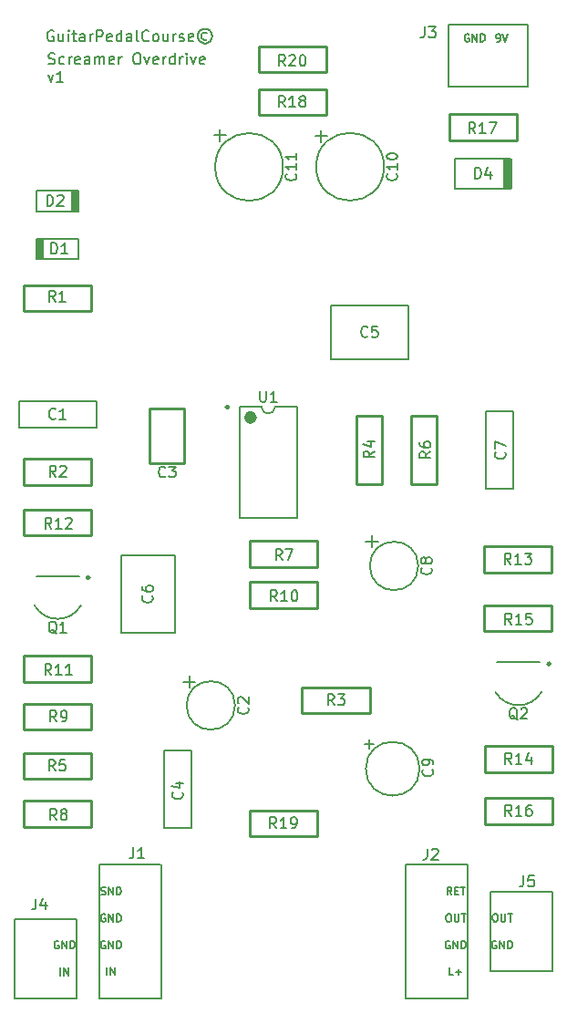
<source format=gbr>
%TF.GenerationSoftware,KiCad,Pcbnew,9.0.2*%
%TF.CreationDate,2025-07-08T13:27:17-05:00*%
%TF.ProjectId,Screamer Overdrive,53637265-616d-4657-9220-4f7665726472,rev?*%
%TF.SameCoordinates,Original*%
%TF.FileFunction,Legend,Top*%
%TF.FilePolarity,Positive*%
%FSLAX46Y46*%
G04 Gerber Fmt 4.6, Leading zero omitted, Abs format (unit mm)*
G04 Created by KiCad (PCBNEW 9.0.2) date 2025-07-08 13:27:17*
%MOMM*%
%LPD*%
G01*
G04 APERTURE LIST*
%ADD10C,0.152400*%
%ADD11C,0.150000*%
%ADD12C,0.254000*%
%ADD13C,0.200000*%
%ADD14C,0.250000*%
%ADD15C,0.600000*%
G04 APERTURE END LIST*
D10*
X50065734Y116391910D02*
X50201200Y116391910D01*
X50201200Y116391910D02*
X50268934Y116425777D01*
X50268934Y116425777D02*
X50302800Y116459643D01*
X50302800Y116459643D02*
X50370534Y116561243D01*
X50370534Y116561243D02*
X50404400Y116696710D01*
X50404400Y116696710D02*
X50404400Y116967643D01*
X50404400Y116967643D02*
X50370534Y117035377D01*
X50370534Y117035377D02*
X50336667Y117069243D01*
X50336667Y117069243D02*
X50268934Y117103110D01*
X50268934Y117103110D02*
X50133467Y117103110D01*
X50133467Y117103110D02*
X50065734Y117069243D01*
X50065734Y117069243D02*
X50031867Y117035377D01*
X50031867Y117035377D02*
X49998000Y116967643D01*
X49998000Y116967643D02*
X49998000Y116798310D01*
X49998000Y116798310D02*
X50031867Y116730577D01*
X50031867Y116730577D02*
X50065734Y116696710D01*
X50065734Y116696710D02*
X50133467Y116662843D01*
X50133467Y116662843D02*
X50268934Y116662843D01*
X50268934Y116662843D02*
X50336667Y116696710D01*
X50336667Y116696710D02*
X50370534Y116730577D01*
X50370534Y116730577D02*
X50404400Y116798310D01*
X50607600Y117103110D02*
X50844667Y116391910D01*
X50844667Y116391910D02*
X51081733Y117103110D01*
X9364133Y32868243D02*
X9296400Y32902110D01*
X9296400Y32902110D02*
X9194800Y32902110D01*
X9194800Y32902110D02*
X9093200Y32868243D01*
X9093200Y32868243D02*
X9025467Y32800510D01*
X9025467Y32800510D02*
X8991600Y32732777D01*
X8991600Y32732777D02*
X8957733Y32597310D01*
X8957733Y32597310D02*
X8957733Y32495710D01*
X8957733Y32495710D02*
X8991600Y32360243D01*
X8991600Y32360243D02*
X9025467Y32292510D01*
X9025467Y32292510D02*
X9093200Y32224777D01*
X9093200Y32224777D02*
X9194800Y32190910D01*
X9194800Y32190910D02*
X9262533Y32190910D01*
X9262533Y32190910D02*
X9364133Y32224777D01*
X9364133Y32224777D02*
X9398000Y32258643D01*
X9398000Y32258643D02*
X9398000Y32495710D01*
X9398000Y32495710D02*
X9262533Y32495710D01*
X9702800Y32190910D02*
X9702800Y32902110D01*
X9702800Y32902110D02*
X10109200Y32190910D01*
X10109200Y32190910D02*
X10109200Y32902110D01*
X10447867Y32190910D02*
X10447867Y32902110D01*
X10447867Y32902110D02*
X10617200Y32902110D01*
X10617200Y32902110D02*
X10718800Y32868243D01*
X10718800Y32868243D02*
X10786534Y32800510D01*
X10786534Y32800510D02*
X10820400Y32732777D01*
X10820400Y32732777D02*
X10854267Y32597310D01*
X10854267Y32597310D02*
X10854267Y32495710D01*
X10854267Y32495710D02*
X10820400Y32360243D01*
X10820400Y32360243D02*
X10786534Y32292510D01*
X10786534Y32292510D02*
X10718800Y32224777D01*
X10718800Y32224777D02*
X10617200Y32190910D01*
X10617200Y32190910D02*
X10447867Y32190910D01*
X45516800Y35382110D02*
X45652266Y35382110D01*
X45652266Y35382110D02*
X45720000Y35348243D01*
X45720000Y35348243D02*
X45787733Y35280510D01*
X45787733Y35280510D02*
X45821600Y35145043D01*
X45821600Y35145043D02*
X45821600Y34907977D01*
X45821600Y34907977D02*
X45787733Y34772510D01*
X45787733Y34772510D02*
X45720000Y34704777D01*
X45720000Y34704777D02*
X45652266Y34670910D01*
X45652266Y34670910D02*
X45516800Y34670910D01*
X45516800Y34670910D02*
X45449066Y34704777D01*
X45449066Y34704777D02*
X45381333Y34772510D01*
X45381333Y34772510D02*
X45347466Y34907977D01*
X45347466Y34907977D02*
X45347466Y35145043D01*
X45347466Y35145043D02*
X45381333Y35280510D01*
X45381333Y35280510D02*
X45449066Y35348243D01*
X45449066Y35348243D02*
X45516800Y35382110D01*
X46126400Y35382110D02*
X46126400Y34806377D01*
X46126400Y34806377D02*
X46160267Y34738643D01*
X46160267Y34738643D02*
X46194133Y34704777D01*
X46194133Y34704777D02*
X46261867Y34670910D01*
X46261867Y34670910D02*
X46397333Y34670910D01*
X46397333Y34670910D02*
X46465067Y34704777D01*
X46465067Y34704777D02*
X46498933Y34738643D01*
X46498933Y34738643D02*
X46532800Y34806377D01*
X46532800Y34806377D02*
X46532800Y35382110D01*
X46769867Y35382110D02*
X47176267Y35382110D01*
X46973067Y34670910D02*
X46973067Y35382110D01*
X45855466Y37170910D02*
X45618399Y37509577D01*
X45449066Y37170910D02*
X45449066Y37882110D01*
X45449066Y37882110D02*
X45719999Y37882110D01*
X45719999Y37882110D02*
X45787733Y37848243D01*
X45787733Y37848243D02*
X45821599Y37814377D01*
X45821599Y37814377D02*
X45855466Y37746643D01*
X45855466Y37746643D02*
X45855466Y37645043D01*
X45855466Y37645043D02*
X45821599Y37577310D01*
X45821599Y37577310D02*
X45787733Y37543443D01*
X45787733Y37543443D02*
X45719999Y37509577D01*
X45719999Y37509577D02*
X45449066Y37509577D01*
X46160266Y37543443D02*
X46397333Y37543443D01*
X46498933Y37170910D02*
X46160266Y37170910D01*
X46160266Y37170910D02*
X46160266Y37882110D01*
X46160266Y37882110D02*
X46498933Y37882110D01*
X46702133Y37882110D02*
X47108533Y37882110D01*
X46905333Y37170910D02*
X46905333Y37882110D01*
X8875358Y117386163D02*
X8778596Y117434544D01*
X8778596Y117434544D02*
X8633453Y117434544D01*
X8633453Y117434544D02*
X8488310Y117386163D01*
X8488310Y117386163D02*
X8391548Y117289401D01*
X8391548Y117289401D02*
X8343167Y117192639D01*
X8343167Y117192639D02*
X8294786Y116999115D01*
X8294786Y116999115D02*
X8294786Y116853972D01*
X8294786Y116853972D02*
X8343167Y116660448D01*
X8343167Y116660448D02*
X8391548Y116563686D01*
X8391548Y116563686D02*
X8488310Y116466925D01*
X8488310Y116466925D02*
X8633453Y116418544D01*
X8633453Y116418544D02*
X8730215Y116418544D01*
X8730215Y116418544D02*
X8875358Y116466925D01*
X8875358Y116466925D02*
X8923739Y116515305D01*
X8923739Y116515305D02*
X8923739Y116853972D01*
X8923739Y116853972D02*
X8730215Y116853972D01*
X9794596Y117095877D02*
X9794596Y116418544D01*
X9359167Y117095877D02*
X9359167Y116563686D01*
X9359167Y116563686D02*
X9407548Y116466925D01*
X9407548Y116466925D02*
X9504310Y116418544D01*
X9504310Y116418544D02*
X9649453Y116418544D01*
X9649453Y116418544D02*
X9746215Y116466925D01*
X9746215Y116466925D02*
X9794596Y116515305D01*
X10278405Y116418544D02*
X10278405Y117095877D01*
X10278405Y117434544D02*
X10230024Y117386163D01*
X10230024Y117386163D02*
X10278405Y117337782D01*
X10278405Y117337782D02*
X10326786Y117386163D01*
X10326786Y117386163D02*
X10278405Y117434544D01*
X10278405Y117434544D02*
X10278405Y117337782D01*
X10617072Y117095877D02*
X11004120Y117095877D01*
X10762215Y117434544D02*
X10762215Y116563686D01*
X10762215Y116563686D02*
X10810596Y116466925D01*
X10810596Y116466925D02*
X10907358Y116418544D01*
X10907358Y116418544D02*
X11004120Y116418544D01*
X11778215Y116418544D02*
X11778215Y116950734D01*
X11778215Y116950734D02*
X11729834Y117047496D01*
X11729834Y117047496D02*
X11633072Y117095877D01*
X11633072Y117095877D02*
X11439548Y117095877D01*
X11439548Y117095877D02*
X11342786Y117047496D01*
X11778215Y116466925D02*
X11681453Y116418544D01*
X11681453Y116418544D02*
X11439548Y116418544D01*
X11439548Y116418544D02*
X11342786Y116466925D01*
X11342786Y116466925D02*
X11294405Y116563686D01*
X11294405Y116563686D02*
X11294405Y116660448D01*
X11294405Y116660448D02*
X11342786Y116757210D01*
X11342786Y116757210D02*
X11439548Y116805591D01*
X11439548Y116805591D02*
X11681453Y116805591D01*
X11681453Y116805591D02*
X11778215Y116853972D01*
X12262024Y116418544D02*
X12262024Y117095877D01*
X12262024Y116902353D02*
X12310405Y116999115D01*
X12310405Y116999115D02*
X12358786Y117047496D01*
X12358786Y117047496D02*
X12455548Y117095877D01*
X12455548Y117095877D02*
X12552310Y117095877D01*
X12890976Y116418544D02*
X12890976Y117434544D01*
X12890976Y117434544D02*
X13278024Y117434544D01*
X13278024Y117434544D02*
X13374786Y117386163D01*
X13374786Y117386163D02*
X13423167Y117337782D01*
X13423167Y117337782D02*
X13471548Y117241020D01*
X13471548Y117241020D02*
X13471548Y117095877D01*
X13471548Y117095877D02*
X13423167Y116999115D01*
X13423167Y116999115D02*
X13374786Y116950734D01*
X13374786Y116950734D02*
X13278024Y116902353D01*
X13278024Y116902353D02*
X12890976Y116902353D01*
X14294024Y116466925D02*
X14197262Y116418544D01*
X14197262Y116418544D02*
X14003738Y116418544D01*
X14003738Y116418544D02*
X13906976Y116466925D01*
X13906976Y116466925D02*
X13858595Y116563686D01*
X13858595Y116563686D02*
X13858595Y116950734D01*
X13858595Y116950734D02*
X13906976Y117047496D01*
X13906976Y117047496D02*
X14003738Y117095877D01*
X14003738Y117095877D02*
X14197262Y117095877D01*
X14197262Y117095877D02*
X14294024Y117047496D01*
X14294024Y117047496D02*
X14342405Y116950734D01*
X14342405Y116950734D02*
X14342405Y116853972D01*
X14342405Y116853972D02*
X13858595Y116757210D01*
X15213262Y116418544D02*
X15213262Y117434544D01*
X15213262Y116466925D02*
X15116500Y116418544D01*
X15116500Y116418544D02*
X14922976Y116418544D01*
X14922976Y116418544D02*
X14826214Y116466925D01*
X14826214Y116466925D02*
X14777833Y116515305D01*
X14777833Y116515305D02*
X14729452Y116612067D01*
X14729452Y116612067D02*
X14729452Y116902353D01*
X14729452Y116902353D02*
X14777833Y116999115D01*
X14777833Y116999115D02*
X14826214Y117047496D01*
X14826214Y117047496D02*
X14922976Y117095877D01*
X14922976Y117095877D02*
X15116500Y117095877D01*
X15116500Y117095877D02*
X15213262Y117047496D01*
X16132500Y116418544D02*
X16132500Y116950734D01*
X16132500Y116950734D02*
X16084119Y117047496D01*
X16084119Y117047496D02*
X15987357Y117095877D01*
X15987357Y117095877D02*
X15793833Y117095877D01*
X15793833Y117095877D02*
X15697071Y117047496D01*
X16132500Y116466925D02*
X16035738Y116418544D01*
X16035738Y116418544D02*
X15793833Y116418544D01*
X15793833Y116418544D02*
X15697071Y116466925D01*
X15697071Y116466925D02*
X15648690Y116563686D01*
X15648690Y116563686D02*
X15648690Y116660448D01*
X15648690Y116660448D02*
X15697071Y116757210D01*
X15697071Y116757210D02*
X15793833Y116805591D01*
X15793833Y116805591D02*
X16035738Y116805591D01*
X16035738Y116805591D02*
X16132500Y116853972D01*
X16761452Y116418544D02*
X16664690Y116466925D01*
X16664690Y116466925D02*
X16616309Y116563686D01*
X16616309Y116563686D02*
X16616309Y117434544D01*
X17729071Y116515305D02*
X17680690Y116466925D01*
X17680690Y116466925D02*
X17535547Y116418544D01*
X17535547Y116418544D02*
X17438785Y116418544D01*
X17438785Y116418544D02*
X17293642Y116466925D01*
X17293642Y116466925D02*
X17196880Y116563686D01*
X17196880Y116563686D02*
X17148499Y116660448D01*
X17148499Y116660448D02*
X17100118Y116853972D01*
X17100118Y116853972D02*
X17100118Y116999115D01*
X17100118Y116999115D02*
X17148499Y117192639D01*
X17148499Y117192639D02*
X17196880Y117289401D01*
X17196880Y117289401D02*
X17293642Y117386163D01*
X17293642Y117386163D02*
X17438785Y117434544D01*
X17438785Y117434544D02*
X17535547Y117434544D01*
X17535547Y117434544D02*
X17680690Y117386163D01*
X17680690Y117386163D02*
X17729071Y117337782D01*
X18309642Y116418544D02*
X18212880Y116466925D01*
X18212880Y116466925D02*
X18164499Y116515305D01*
X18164499Y116515305D02*
X18116118Y116612067D01*
X18116118Y116612067D02*
X18116118Y116902353D01*
X18116118Y116902353D02*
X18164499Y116999115D01*
X18164499Y116999115D02*
X18212880Y117047496D01*
X18212880Y117047496D02*
X18309642Y117095877D01*
X18309642Y117095877D02*
X18454785Y117095877D01*
X18454785Y117095877D02*
X18551547Y117047496D01*
X18551547Y117047496D02*
X18599928Y116999115D01*
X18599928Y116999115D02*
X18648309Y116902353D01*
X18648309Y116902353D02*
X18648309Y116612067D01*
X18648309Y116612067D02*
X18599928Y116515305D01*
X18599928Y116515305D02*
X18551547Y116466925D01*
X18551547Y116466925D02*
X18454785Y116418544D01*
X18454785Y116418544D02*
X18309642Y116418544D01*
X19519166Y117095877D02*
X19519166Y116418544D01*
X19083737Y117095877D02*
X19083737Y116563686D01*
X19083737Y116563686D02*
X19132118Y116466925D01*
X19132118Y116466925D02*
X19228880Y116418544D01*
X19228880Y116418544D02*
X19374023Y116418544D01*
X19374023Y116418544D02*
X19470785Y116466925D01*
X19470785Y116466925D02*
X19519166Y116515305D01*
X20002975Y116418544D02*
X20002975Y117095877D01*
X20002975Y116902353D02*
X20051356Y116999115D01*
X20051356Y116999115D02*
X20099737Y117047496D01*
X20099737Y117047496D02*
X20196499Y117095877D01*
X20196499Y117095877D02*
X20293261Y117095877D01*
X20583546Y116466925D02*
X20680308Y116418544D01*
X20680308Y116418544D02*
X20873832Y116418544D01*
X20873832Y116418544D02*
X20970594Y116466925D01*
X20970594Y116466925D02*
X21018975Y116563686D01*
X21018975Y116563686D02*
X21018975Y116612067D01*
X21018975Y116612067D02*
X20970594Y116708829D01*
X20970594Y116708829D02*
X20873832Y116757210D01*
X20873832Y116757210D02*
X20728689Y116757210D01*
X20728689Y116757210D02*
X20631927Y116805591D01*
X20631927Y116805591D02*
X20583546Y116902353D01*
X20583546Y116902353D02*
X20583546Y116950734D01*
X20583546Y116950734D02*
X20631927Y117047496D01*
X20631927Y117047496D02*
X20728689Y117095877D01*
X20728689Y117095877D02*
X20873832Y117095877D01*
X20873832Y117095877D02*
X20970594Y117047496D01*
X21841451Y116466925D02*
X21744689Y116418544D01*
X21744689Y116418544D02*
X21551165Y116418544D01*
X21551165Y116418544D02*
X21454403Y116466925D01*
X21454403Y116466925D02*
X21406022Y116563686D01*
X21406022Y116563686D02*
X21406022Y116950734D01*
X21406022Y116950734D02*
X21454403Y117047496D01*
X21454403Y117047496D02*
X21551165Y117095877D01*
X21551165Y117095877D02*
X21744689Y117095877D01*
X21744689Y117095877D02*
X21841451Y117047496D01*
X21841451Y117047496D02*
X21889832Y116950734D01*
X21889832Y116950734D02*
X21889832Y116853972D01*
X21889832Y116853972D02*
X21406022Y116757210D01*
X23147736Y117192639D02*
X23050975Y117241020D01*
X23050975Y117241020D02*
X22857451Y117241020D01*
X22857451Y117241020D02*
X22760689Y117192639D01*
X22760689Y117192639D02*
X22663927Y117095877D01*
X22663927Y117095877D02*
X22615546Y116999115D01*
X22615546Y116999115D02*
X22615546Y116805591D01*
X22615546Y116805591D02*
X22663927Y116708829D01*
X22663927Y116708829D02*
X22760689Y116612067D01*
X22760689Y116612067D02*
X22857451Y116563686D01*
X22857451Y116563686D02*
X23050975Y116563686D01*
X23050975Y116563686D02*
X23147736Y116612067D01*
X22954213Y117579686D02*
X22712308Y117531305D01*
X22712308Y117531305D02*
X22470403Y117386163D01*
X22470403Y117386163D02*
X22325260Y117144258D01*
X22325260Y117144258D02*
X22276879Y116902353D01*
X22276879Y116902353D02*
X22325260Y116660448D01*
X22325260Y116660448D02*
X22470403Y116418544D01*
X22470403Y116418544D02*
X22712308Y116273401D01*
X22712308Y116273401D02*
X22954213Y116225020D01*
X22954213Y116225020D02*
X23196117Y116273401D01*
X23196117Y116273401D02*
X23438022Y116418544D01*
X23438022Y116418544D02*
X23583165Y116660448D01*
X23583165Y116660448D02*
X23631546Y116902353D01*
X23631546Y116902353D02*
X23583165Y117144258D01*
X23583165Y117144258D02*
X23438022Y117386163D01*
X23438022Y117386163D02*
X23196117Y117531305D01*
X23196117Y117531305D02*
X22954213Y117579686D01*
X49834800Y35402110D02*
X49970266Y35402110D01*
X49970266Y35402110D02*
X50038000Y35368243D01*
X50038000Y35368243D02*
X50105733Y35300510D01*
X50105733Y35300510D02*
X50139600Y35165043D01*
X50139600Y35165043D02*
X50139600Y34927977D01*
X50139600Y34927977D02*
X50105733Y34792510D01*
X50105733Y34792510D02*
X50038000Y34724777D01*
X50038000Y34724777D02*
X49970266Y34690910D01*
X49970266Y34690910D02*
X49834800Y34690910D01*
X49834800Y34690910D02*
X49767066Y34724777D01*
X49767066Y34724777D02*
X49699333Y34792510D01*
X49699333Y34792510D02*
X49665466Y34927977D01*
X49665466Y34927977D02*
X49665466Y35165043D01*
X49665466Y35165043D02*
X49699333Y35300510D01*
X49699333Y35300510D02*
X49767066Y35368243D01*
X49767066Y35368243D02*
X49834800Y35402110D01*
X50444400Y35402110D02*
X50444400Y34826377D01*
X50444400Y34826377D02*
X50478267Y34758643D01*
X50478267Y34758643D02*
X50512133Y34724777D01*
X50512133Y34724777D02*
X50579867Y34690910D01*
X50579867Y34690910D02*
X50715333Y34690910D01*
X50715333Y34690910D02*
X50783067Y34724777D01*
X50783067Y34724777D02*
X50816933Y34758643D01*
X50816933Y34758643D02*
X50850800Y34826377D01*
X50850800Y34826377D02*
X50850800Y35402110D01*
X51087867Y35402110D02*
X51494267Y35402110D01*
X51291067Y34690910D02*
X51291067Y35402110D01*
X13851466Y29750910D02*
X13851466Y30462110D01*
X14190133Y29750910D02*
X14190133Y30462110D01*
X14190133Y30462110D02*
X14596533Y29750910D01*
X14596533Y29750910D02*
X14596533Y30462110D01*
X13682133Y32848243D02*
X13614400Y32882110D01*
X13614400Y32882110D02*
X13512800Y32882110D01*
X13512800Y32882110D02*
X13411200Y32848243D01*
X13411200Y32848243D02*
X13343467Y32780510D01*
X13343467Y32780510D02*
X13309600Y32712777D01*
X13309600Y32712777D02*
X13275733Y32577310D01*
X13275733Y32577310D02*
X13275733Y32475710D01*
X13275733Y32475710D02*
X13309600Y32340243D01*
X13309600Y32340243D02*
X13343467Y32272510D01*
X13343467Y32272510D02*
X13411200Y32204777D01*
X13411200Y32204777D02*
X13512800Y32170910D01*
X13512800Y32170910D02*
X13580533Y32170910D01*
X13580533Y32170910D02*
X13682133Y32204777D01*
X13682133Y32204777D02*
X13716000Y32238643D01*
X13716000Y32238643D02*
X13716000Y32475710D01*
X13716000Y32475710D02*
X13580533Y32475710D01*
X14020800Y32170910D02*
X14020800Y32882110D01*
X14020800Y32882110D02*
X14427200Y32170910D01*
X14427200Y32170910D02*
X14427200Y32882110D01*
X14765867Y32170910D02*
X14765867Y32882110D01*
X14765867Y32882110D02*
X14935200Y32882110D01*
X14935200Y32882110D02*
X15036800Y32848243D01*
X15036800Y32848243D02*
X15104534Y32780510D01*
X15104534Y32780510D02*
X15138400Y32712777D01*
X15138400Y32712777D02*
X15172267Y32577310D01*
X15172267Y32577310D02*
X15172267Y32475710D01*
X15172267Y32475710D02*
X15138400Y32340243D01*
X15138400Y32340243D02*
X15104534Y32272510D01*
X15104534Y32272510D02*
X15036800Y32204777D01*
X15036800Y32204777D02*
X14935200Y32170910D01*
X14935200Y32170910D02*
X14765867Y32170910D01*
X8421786Y114338348D02*
X8566929Y114289967D01*
X8566929Y114289967D02*
X8808834Y114289967D01*
X8808834Y114289967D02*
X8905596Y114338348D01*
X8905596Y114338348D02*
X8953977Y114386728D01*
X8953977Y114386728D02*
X9002358Y114483490D01*
X9002358Y114483490D02*
X9002358Y114580252D01*
X9002358Y114580252D02*
X8953977Y114677014D01*
X8953977Y114677014D02*
X8905596Y114725395D01*
X8905596Y114725395D02*
X8808834Y114773776D01*
X8808834Y114773776D02*
X8615310Y114822157D01*
X8615310Y114822157D02*
X8518548Y114870538D01*
X8518548Y114870538D02*
X8470167Y114918919D01*
X8470167Y114918919D02*
X8421786Y115015681D01*
X8421786Y115015681D02*
X8421786Y115112443D01*
X8421786Y115112443D02*
X8470167Y115209205D01*
X8470167Y115209205D02*
X8518548Y115257586D01*
X8518548Y115257586D02*
X8615310Y115305967D01*
X8615310Y115305967D02*
X8857215Y115305967D01*
X8857215Y115305967D02*
X9002358Y115257586D01*
X9873215Y114338348D02*
X9776453Y114289967D01*
X9776453Y114289967D02*
X9582929Y114289967D01*
X9582929Y114289967D02*
X9486167Y114338348D01*
X9486167Y114338348D02*
X9437786Y114386728D01*
X9437786Y114386728D02*
X9389405Y114483490D01*
X9389405Y114483490D02*
X9389405Y114773776D01*
X9389405Y114773776D02*
X9437786Y114870538D01*
X9437786Y114870538D02*
X9486167Y114918919D01*
X9486167Y114918919D02*
X9582929Y114967300D01*
X9582929Y114967300D02*
X9776453Y114967300D01*
X9776453Y114967300D02*
X9873215Y114918919D01*
X10308643Y114289967D02*
X10308643Y114967300D01*
X10308643Y114773776D02*
X10357024Y114870538D01*
X10357024Y114870538D02*
X10405405Y114918919D01*
X10405405Y114918919D02*
X10502167Y114967300D01*
X10502167Y114967300D02*
X10598929Y114967300D01*
X11324643Y114338348D02*
X11227881Y114289967D01*
X11227881Y114289967D02*
X11034357Y114289967D01*
X11034357Y114289967D02*
X10937595Y114338348D01*
X10937595Y114338348D02*
X10889214Y114435109D01*
X10889214Y114435109D02*
X10889214Y114822157D01*
X10889214Y114822157D02*
X10937595Y114918919D01*
X10937595Y114918919D02*
X11034357Y114967300D01*
X11034357Y114967300D02*
X11227881Y114967300D01*
X11227881Y114967300D02*
X11324643Y114918919D01*
X11324643Y114918919D02*
X11373024Y114822157D01*
X11373024Y114822157D02*
X11373024Y114725395D01*
X11373024Y114725395D02*
X10889214Y114628633D01*
X12243881Y114289967D02*
X12243881Y114822157D01*
X12243881Y114822157D02*
X12195500Y114918919D01*
X12195500Y114918919D02*
X12098738Y114967300D01*
X12098738Y114967300D02*
X11905214Y114967300D01*
X11905214Y114967300D02*
X11808452Y114918919D01*
X12243881Y114338348D02*
X12147119Y114289967D01*
X12147119Y114289967D02*
X11905214Y114289967D01*
X11905214Y114289967D02*
X11808452Y114338348D01*
X11808452Y114338348D02*
X11760071Y114435109D01*
X11760071Y114435109D02*
X11760071Y114531871D01*
X11760071Y114531871D02*
X11808452Y114628633D01*
X11808452Y114628633D02*
X11905214Y114677014D01*
X11905214Y114677014D02*
X12147119Y114677014D01*
X12147119Y114677014D02*
X12243881Y114725395D01*
X12727690Y114289967D02*
X12727690Y114967300D01*
X12727690Y114870538D02*
X12776071Y114918919D01*
X12776071Y114918919D02*
X12872833Y114967300D01*
X12872833Y114967300D02*
X13017976Y114967300D01*
X13017976Y114967300D02*
X13114738Y114918919D01*
X13114738Y114918919D02*
X13163119Y114822157D01*
X13163119Y114822157D02*
X13163119Y114289967D01*
X13163119Y114822157D02*
X13211500Y114918919D01*
X13211500Y114918919D02*
X13308262Y114967300D01*
X13308262Y114967300D02*
X13453405Y114967300D01*
X13453405Y114967300D02*
X13550166Y114918919D01*
X13550166Y114918919D02*
X13598547Y114822157D01*
X13598547Y114822157D02*
X13598547Y114289967D01*
X14469405Y114338348D02*
X14372643Y114289967D01*
X14372643Y114289967D02*
X14179119Y114289967D01*
X14179119Y114289967D02*
X14082357Y114338348D01*
X14082357Y114338348D02*
X14033976Y114435109D01*
X14033976Y114435109D02*
X14033976Y114822157D01*
X14033976Y114822157D02*
X14082357Y114918919D01*
X14082357Y114918919D02*
X14179119Y114967300D01*
X14179119Y114967300D02*
X14372643Y114967300D01*
X14372643Y114967300D02*
X14469405Y114918919D01*
X14469405Y114918919D02*
X14517786Y114822157D01*
X14517786Y114822157D02*
X14517786Y114725395D01*
X14517786Y114725395D02*
X14033976Y114628633D01*
X14953214Y114289967D02*
X14953214Y114967300D01*
X14953214Y114773776D02*
X15001595Y114870538D01*
X15001595Y114870538D02*
X15049976Y114918919D01*
X15049976Y114918919D02*
X15146738Y114967300D01*
X15146738Y114967300D02*
X15243500Y114967300D01*
X16549785Y115305967D02*
X16743309Y115305967D01*
X16743309Y115305967D02*
X16840071Y115257586D01*
X16840071Y115257586D02*
X16936833Y115160824D01*
X16936833Y115160824D02*
X16985214Y114967300D01*
X16985214Y114967300D02*
X16985214Y114628633D01*
X16985214Y114628633D02*
X16936833Y114435109D01*
X16936833Y114435109D02*
X16840071Y114338348D01*
X16840071Y114338348D02*
X16743309Y114289967D01*
X16743309Y114289967D02*
X16549785Y114289967D01*
X16549785Y114289967D02*
X16453023Y114338348D01*
X16453023Y114338348D02*
X16356261Y114435109D01*
X16356261Y114435109D02*
X16307880Y114628633D01*
X16307880Y114628633D02*
X16307880Y114967300D01*
X16307880Y114967300D02*
X16356261Y115160824D01*
X16356261Y115160824D02*
X16453023Y115257586D01*
X16453023Y115257586D02*
X16549785Y115305967D01*
X17323880Y114967300D02*
X17565785Y114289967D01*
X17565785Y114289967D02*
X17807690Y114967300D01*
X18581785Y114338348D02*
X18485023Y114289967D01*
X18485023Y114289967D02*
X18291499Y114289967D01*
X18291499Y114289967D02*
X18194737Y114338348D01*
X18194737Y114338348D02*
X18146356Y114435109D01*
X18146356Y114435109D02*
X18146356Y114822157D01*
X18146356Y114822157D02*
X18194737Y114918919D01*
X18194737Y114918919D02*
X18291499Y114967300D01*
X18291499Y114967300D02*
X18485023Y114967300D01*
X18485023Y114967300D02*
X18581785Y114918919D01*
X18581785Y114918919D02*
X18630166Y114822157D01*
X18630166Y114822157D02*
X18630166Y114725395D01*
X18630166Y114725395D02*
X18146356Y114628633D01*
X19065594Y114289967D02*
X19065594Y114967300D01*
X19065594Y114773776D02*
X19113975Y114870538D01*
X19113975Y114870538D02*
X19162356Y114918919D01*
X19162356Y114918919D02*
X19259118Y114967300D01*
X19259118Y114967300D02*
X19355880Y114967300D01*
X20129975Y114289967D02*
X20129975Y115305967D01*
X20129975Y114338348D02*
X20033213Y114289967D01*
X20033213Y114289967D02*
X19839689Y114289967D01*
X19839689Y114289967D02*
X19742927Y114338348D01*
X19742927Y114338348D02*
X19694546Y114386728D01*
X19694546Y114386728D02*
X19646165Y114483490D01*
X19646165Y114483490D02*
X19646165Y114773776D01*
X19646165Y114773776D02*
X19694546Y114870538D01*
X19694546Y114870538D02*
X19742927Y114918919D01*
X19742927Y114918919D02*
X19839689Y114967300D01*
X19839689Y114967300D02*
X20033213Y114967300D01*
X20033213Y114967300D02*
X20129975Y114918919D01*
X20613784Y114289967D02*
X20613784Y114967300D01*
X20613784Y114773776D02*
X20662165Y114870538D01*
X20662165Y114870538D02*
X20710546Y114918919D01*
X20710546Y114918919D02*
X20807308Y114967300D01*
X20807308Y114967300D02*
X20904070Y114967300D01*
X21242736Y114289967D02*
X21242736Y114967300D01*
X21242736Y115305967D02*
X21194355Y115257586D01*
X21194355Y115257586D02*
X21242736Y115209205D01*
X21242736Y115209205D02*
X21291117Y115257586D01*
X21291117Y115257586D02*
X21242736Y115305967D01*
X21242736Y115305967D02*
X21242736Y115209205D01*
X21629784Y114967300D02*
X21871689Y114289967D01*
X21871689Y114289967D02*
X22113594Y114967300D01*
X22887689Y114338348D02*
X22790927Y114289967D01*
X22790927Y114289967D02*
X22597403Y114289967D01*
X22597403Y114289967D02*
X22500641Y114338348D01*
X22500641Y114338348D02*
X22452260Y114435109D01*
X22452260Y114435109D02*
X22452260Y114822157D01*
X22452260Y114822157D02*
X22500641Y114918919D01*
X22500641Y114918919D02*
X22597403Y114967300D01*
X22597403Y114967300D02*
X22790927Y114967300D01*
X22790927Y114967300D02*
X22887689Y114918919D01*
X22887689Y114918919D02*
X22936070Y114822157D01*
X22936070Y114822157D02*
X22936070Y114725395D01*
X22936070Y114725395D02*
X22452260Y114628633D01*
X8373405Y113331597D02*
X8615310Y112654264D01*
X8615310Y112654264D02*
X8857215Y113331597D01*
X9776453Y112654264D02*
X9195881Y112654264D01*
X9486167Y112654264D02*
X9486167Y113670264D01*
X9486167Y113670264D02*
X9389405Y113525121D01*
X9389405Y113525121D02*
X9292643Y113428359D01*
X9292643Y113428359D02*
X9195881Y113379978D01*
X45686133Y32848243D02*
X45618400Y32882110D01*
X45618400Y32882110D02*
X45516800Y32882110D01*
X45516800Y32882110D02*
X45415200Y32848243D01*
X45415200Y32848243D02*
X45347467Y32780510D01*
X45347467Y32780510D02*
X45313600Y32712777D01*
X45313600Y32712777D02*
X45279733Y32577310D01*
X45279733Y32577310D02*
X45279733Y32475710D01*
X45279733Y32475710D02*
X45313600Y32340243D01*
X45313600Y32340243D02*
X45347467Y32272510D01*
X45347467Y32272510D02*
X45415200Y32204777D01*
X45415200Y32204777D02*
X45516800Y32170910D01*
X45516800Y32170910D02*
X45584533Y32170910D01*
X45584533Y32170910D02*
X45686133Y32204777D01*
X45686133Y32204777D02*
X45720000Y32238643D01*
X45720000Y32238643D02*
X45720000Y32475710D01*
X45720000Y32475710D02*
X45584533Y32475710D01*
X46024800Y32170910D02*
X46024800Y32882110D01*
X46024800Y32882110D02*
X46431200Y32170910D01*
X46431200Y32170910D02*
X46431200Y32882110D01*
X46769867Y32170910D02*
X46769867Y32882110D01*
X46769867Y32882110D02*
X46939200Y32882110D01*
X46939200Y32882110D02*
X47040800Y32848243D01*
X47040800Y32848243D02*
X47108534Y32780510D01*
X47108534Y32780510D02*
X47142400Y32712777D01*
X47142400Y32712777D02*
X47176267Y32577310D01*
X47176267Y32577310D02*
X47176267Y32475710D01*
X47176267Y32475710D02*
X47142400Y32340243D01*
X47142400Y32340243D02*
X47108534Y32272510D01*
X47108534Y32272510D02*
X47040800Y32204777D01*
X47040800Y32204777D02*
X46939200Y32170910D01*
X46939200Y32170910D02*
X46769867Y32170910D01*
X47464133Y117069243D02*
X47396400Y117103110D01*
X47396400Y117103110D02*
X47294800Y117103110D01*
X47294800Y117103110D02*
X47193200Y117069243D01*
X47193200Y117069243D02*
X47125467Y117001510D01*
X47125467Y117001510D02*
X47091600Y116933777D01*
X47091600Y116933777D02*
X47057733Y116798310D01*
X47057733Y116798310D02*
X47057733Y116696710D01*
X47057733Y116696710D02*
X47091600Y116561243D01*
X47091600Y116561243D02*
X47125467Y116493510D01*
X47125467Y116493510D02*
X47193200Y116425777D01*
X47193200Y116425777D02*
X47294800Y116391910D01*
X47294800Y116391910D02*
X47362533Y116391910D01*
X47362533Y116391910D02*
X47464133Y116425777D01*
X47464133Y116425777D02*
X47498000Y116459643D01*
X47498000Y116459643D02*
X47498000Y116696710D01*
X47498000Y116696710D02*
X47362533Y116696710D01*
X47802800Y116391910D02*
X47802800Y117103110D01*
X47802800Y117103110D02*
X48209200Y116391910D01*
X48209200Y116391910D02*
X48209200Y117103110D01*
X48547867Y116391910D02*
X48547867Y117103110D01*
X48547867Y117103110D02*
X48717200Y117103110D01*
X48717200Y117103110D02*
X48818800Y117069243D01*
X48818800Y117069243D02*
X48886534Y117001510D01*
X48886534Y117001510D02*
X48920400Y116933777D01*
X48920400Y116933777D02*
X48954267Y116798310D01*
X48954267Y116798310D02*
X48954267Y116696710D01*
X48954267Y116696710D02*
X48920400Y116561243D01*
X48920400Y116561243D02*
X48886534Y116493510D01*
X48886534Y116493510D02*
X48818800Y116425777D01*
X48818800Y116425777D02*
X48717200Y116391910D01*
X48717200Y116391910D02*
X48547867Y116391910D01*
X46007867Y29750910D02*
X45669200Y29750910D01*
X45669200Y29750910D02*
X45669200Y30462110D01*
X46244933Y30021843D02*
X46786800Y30021843D01*
X46515866Y29750910D02*
X46515866Y30292777D01*
X13682133Y35348243D02*
X13614400Y35382110D01*
X13614400Y35382110D02*
X13512800Y35382110D01*
X13512800Y35382110D02*
X13411200Y35348243D01*
X13411200Y35348243D02*
X13343467Y35280510D01*
X13343467Y35280510D02*
X13309600Y35212777D01*
X13309600Y35212777D02*
X13275733Y35077310D01*
X13275733Y35077310D02*
X13275733Y34975710D01*
X13275733Y34975710D02*
X13309600Y34840243D01*
X13309600Y34840243D02*
X13343467Y34772510D01*
X13343467Y34772510D02*
X13411200Y34704777D01*
X13411200Y34704777D02*
X13512800Y34670910D01*
X13512800Y34670910D02*
X13580533Y34670910D01*
X13580533Y34670910D02*
X13682133Y34704777D01*
X13682133Y34704777D02*
X13716000Y34738643D01*
X13716000Y34738643D02*
X13716000Y34975710D01*
X13716000Y34975710D02*
X13580533Y34975710D01*
X14020800Y34670910D02*
X14020800Y35382110D01*
X14020800Y35382110D02*
X14427200Y34670910D01*
X14427200Y34670910D02*
X14427200Y35382110D01*
X14765867Y34670910D02*
X14765867Y35382110D01*
X14765867Y35382110D02*
X14935200Y35382110D01*
X14935200Y35382110D02*
X15036800Y35348243D01*
X15036800Y35348243D02*
X15104534Y35280510D01*
X15104534Y35280510D02*
X15138400Y35212777D01*
X15138400Y35212777D02*
X15172267Y35077310D01*
X15172267Y35077310D02*
X15172267Y34975710D01*
X15172267Y34975710D02*
X15138400Y34840243D01*
X15138400Y34840243D02*
X15104534Y34772510D01*
X15104534Y34772510D02*
X15036800Y34704777D01*
X15036800Y34704777D02*
X14935200Y34670910D01*
X14935200Y34670910D02*
X14765867Y34670910D01*
X50004133Y32868243D02*
X49936400Y32902110D01*
X49936400Y32902110D02*
X49834800Y32902110D01*
X49834800Y32902110D02*
X49733200Y32868243D01*
X49733200Y32868243D02*
X49665467Y32800510D01*
X49665467Y32800510D02*
X49631600Y32732777D01*
X49631600Y32732777D02*
X49597733Y32597310D01*
X49597733Y32597310D02*
X49597733Y32495710D01*
X49597733Y32495710D02*
X49631600Y32360243D01*
X49631600Y32360243D02*
X49665467Y32292510D01*
X49665467Y32292510D02*
X49733200Y32224777D01*
X49733200Y32224777D02*
X49834800Y32190910D01*
X49834800Y32190910D02*
X49902533Y32190910D01*
X49902533Y32190910D02*
X50004133Y32224777D01*
X50004133Y32224777D02*
X50038000Y32258643D01*
X50038000Y32258643D02*
X50038000Y32495710D01*
X50038000Y32495710D02*
X49902533Y32495710D01*
X50342800Y32190910D02*
X50342800Y32902110D01*
X50342800Y32902110D02*
X50749200Y32190910D01*
X50749200Y32190910D02*
X50749200Y32902110D01*
X51087867Y32190910D02*
X51087867Y32902110D01*
X51087867Y32902110D02*
X51257200Y32902110D01*
X51257200Y32902110D02*
X51358800Y32868243D01*
X51358800Y32868243D02*
X51426534Y32800510D01*
X51426534Y32800510D02*
X51460400Y32732777D01*
X51460400Y32732777D02*
X51494267Y32597310D01*
X51494267Y32597310D02*
X51494267Y32495710D01*
X51494267Y32495710D02*
X51460400Y32360243D01*
X51460400Y32360243D02*
X51426534Y32292510D01*
X51426534Y32292510D02*
X51358800Y32224777D01*
X51358800Y32224777D02*
X51257200Y32190910D01*
X51257200Y32190910D02*
X51087867Y32190910D01*
X13292666Y37204777D02*
X13394266Y37170910D01*
X13394266Y37170910D02*
X13563600Y37170910D01*
X13563600Y37170910D02*
X13631333Y37204777D01*
X13631333Y37204777D02*
X13665200Y37238643D01*
X13665200Y37238643D02*
X13699066Y37306377D01*
X13699066Y37306377D02*
X13699066Y37374110D01*
X13699066Y37374110D02*
X13665200Y37441843D01*
X13665200Y37441843D02*
X13631333Y37475710D01*
X13631333Y37475710D02*
X13563600Y37509577D01*
X13563600Y37509577D02*
X13428133Y37543443D01*
X13428133Y37543443D02*
X13360400Y37577310D01*
X13360400Y37577310D02*
X13326533Y37611177D01*
X13326533Y37611177D02*
X13292666Y37678910D01*
X13292666Y37678910D02*
X13292666Y37746643D01*
X13292666Y37746643D02*
X13326533Y37814377D01*
X13326533Y37814377D02*
X13360400Y37848243D01*
X13360400Y37848243D02*
X13428133Y37882110D01*
X13428133Y37882110D02*
X13597466Y37882110D01*
X13597466Y37882110D02*
X13699066Y37848243D01*
X14003866Y37170910D02*
X14003866Y37882110D01*
X14003866Y37882110D02*
X14410266Y37170910D01*
X14410266Y37170910D02*
X14410266Y37882110D01*
X14748933Y37170910D02*
X14748933Y37882110D01*
X14748933Y37882110D02*
X14918266Y37882110D01*
X14918266Y37882110D02*
X15019866Y37848243D01*
X15019866Y37848243D02*
X15087600Y37780510D01*
X15087600Y37780510D02*
X15121466Y37712777D01*
X15121466Y37712777D02*
X15155333Y37577310D01*
X15155333Y37577310D02*
X15155333Y37475710D01*
X15155333Y37475710D02*
X15121466Y37340243D01*
X15121466Y37340243D02*
X15087600Y37272510D01*
X15087600Y37272510D02*
X15019866Y37204777D01*
X15019866Y37204777D02*
X14918266Y37170910D01*
X14918266Y37170910D02*
X14748933Y37170910D01*
X9533466Y29690910D02*
X9533466Y30402110D01*
X9872133Y29690910D02*
X9872133Y30402110D01*
X9872133Y30402110D02*
X10278533Y29690910D01*
X10278533Y29690910D02*
X10278533Y30402110D01*
D11*
X9043333Y48694180D02*
X8710000Y49170371D01*
X8471905Y48694180D02*
X8471905Y49694180D01*
X8471905Y49694180D02*
X8852857Y49694180D01*
X8852857Y49694180D02*
X8948095Y49646561D01*
X8948095Y49646561D02*
X8995714Y49598942D01*
X8995714Y49598942D02*
X9043333Y49503704D01*
X9043333Y49503704D02*
X9043333Y49360847D01*
X9043333Y49360847D02*
X8995714Y49265609D01*
X8995714Y49265609D02*
X8948095Y49217990D01*
X8948095Y49217990D02*
X8852857Y49170371D01*
X8852857Y49170371D02*
X8471905Y49170371D01*
X9948095Y49694180D02*
X9471905Y49694180D01*
X9471905Y49694180D02*
X9424286Y49217990D01*
X9424286Y49217990D02*
X9471905Y49265609D01*
X9471905Y49265609D02*
X9567143Y49313228D01*
X9567143Y49313228D02*
X9805238Y49313228D01*
X9805238Y49313228D02*
X9900476Y49265609D01*
X9900476Y49265609D02*
X9948095Y49217990D01*
X9948095Y49217990D02*
X9995714Y49122752D01*
X9995714Y49122752D02*
X9995714Y48884657D01*
X9995714Y48884657D02*
X9948095Y48789419D01*
X9948095Y48789419D02*
X9900476Y48741800D01*
X9900476Y48741800D02*
X9805238Y48694180D01*
X9805238Y48694180D02*
X9567143Y48694180D01*
X9567143Y48694180D02*
X9471905Y48741800D01*
X9471905Y48741800D02*
X9424286Y48789419D01*
X16303666Y41566180D02*
X16303666Y40851895D01*
X16303666Y40851895D02*
X16256047Y40709038D01*
X16256047Y40709038D02*
X16160809Y40613800D01*
X16160809Y40613800D02*
X16017952Y40566180D01*
X16017952Y40566180D02*
X15922714Y40566180D01*
X17303666Y40566180D02*
X16732238Y40566180D01*
X17017952Y40566180D02*
X17017952Y41566180D01*
X17017952Y41566180D02*
X16922714Y41423323D01*
X16922714Y41423323D02*
X16827476Y41328085D01*
X16827476Y41328085D02*
X16732238Y41280466D01*
X8689142Y57584180D02*
X8355809Y58060371D01*
X8117714Y57584180D02*
X8117714Y58584180D01*
X8117714Y58584180D02*
X8498666Y58584180D01*
X8498666Y58584180D02*
X8593904Y58536561D01*
X8593904Y58536561D02*
X8641523Y58488942D01*
X8641523Y58488942D02*
X8689142Y58393704D01*
X8689142Y58393704D02*
X8689142Y58250847D01*
X8689142Y58250847D02*
X8641523Y58155609D01*
X8641523Y58155609D02*
X8593904Y58107990D01*
X8593904Y58107990D02*
X8498666Y58060371D01*
X8498666Y58060371D02*
X8117714Y58060371D01*
X9641523Y57584180D02*
X9070095Y57584180D01*
X9355809Y57584180D02*
X9355809Y58584180D01*
X9355809Y58584180D02*
X9260571Y58441323D01*
X9260571Y58441323D02*
X9165333Y58346085D01*
X9165333Y58346085D02*
X9070095Y58298466D01*
X10593904Y57584180D02*
X10022476Y57584180D01*
X10308190Y57584180D02*
X10308190Y58584180D01*
X10308190Y58584180D02*
X10212952Y58441323D01*
X10212952Y58441323D02*
X10117714Y58346085D01*
X10117714Y58346085D02*
X10022476Y58298466D01*
X9165333Y53266180D02*
X8832000Y53742371D01*
X8593905Y53266180D02*
X8593905Y54266180D01*
X8593905Y54266180D02*
X8974857Y54266180D01*
X8974857Y54266180D02*
X9070095Y54218561D01*
X9070095Y54218561D02*
X9117714Y54170942D01*
X9117714Y54170942D02*
X9165333Y54075704D01*
X9165333Y54075704D02*
X9165333Y53932847D01*
X9165333Y53932847D02*
X9117714Y53837609D01*
X9117714Y53837609D02*
X9070095Y53789990D01*
X9070095Y53789990D02*
X8974857Y53742371D01*
X8974857Y53742371D02*
X8593905Y53742371D01*
X9641524Y53266180D02*
X9832000Y53266180D01*
X9832000Y53266180D02*
X9927238Y53313800D01*
X9927238Y53313800D02*
X9974857Y53361419D01*
X9974857Y53361419D02*
X10070095Y53504276D01*
X10070095Y53504276D02*
X10117714Y53694752D01*
X10117714Y53694752D02*
X10117714Y54075704D01*
X10117714Y54075704D02*
X10070095Y54170942D01*
X10070095Y54170942D02*
X10022476Y54218561D01*
X10022476Y54218561D02*
X9927238Y54266180D01*
X9927238Y54266180D02*
X9736762Y54266180D01*
X9736762Y54266180D02*
X9641524Y54218561D01*
X9641524Y54218561D02*
X9593905Y54170942D01*
X9593905Y54170942D02*
X9546286Y54075704D01*
X9546286Y54075704D02*
X9546286Y53837609D01*
X9546286Y53837609D02*
X9593905Y53742371D01*
X9593905Y53742371D02*
X9641524Y53694752D01*
X9641524Y53694752D02*
X9736762Y53647133D01*
X9736762Y53647133D02*
X9927238Y53647133D01*
X9927238Y53647133D02*
X10022476Y53694752D01*
X10022476Y53694752D02*
X10070095Y53742371D01*
X10070095Y53742371D02*
X10117714Y53837609D01*
X31360580Y104112142D02*
X31408200Y104064523D01*
X31408200Y104064523D02*
X31455819Y103921666D01*
X31455819Y103921666D02*
X31455819Y103826428D01*
X31455819Y103826428D02*
X31408200Y103683571D01*
X31408200Y103683571D02*
X31312961Y103588333D01*
X31312961Y103588333D02*
X31217723Y103540714D01*
X31217723Y103540714D02*
X31027247Y103493095D01*
X31027247Y103493095D02*
X30884390Y103493095D01*
X30884390Y103493095D02*
X30693914Y103540714D01*
X30693914Y103540714D02*
X30598676Y103588333D01*
X30598676Y103588333D02*
X30503438Y103683571D01*
X30503438Y103683571D02*
X30455819Y103826428D01*
X30455819Y103826428D02*
X30455819Y103921666D01*
X30455819Y103921666D02*
X30503438Y104064523D01*
X30503438Y104064523D02*
X30551057Y104112142D01*
X31455819Y105064523D02*
X31455819Y104493095D01*
X31455819Y104778809D02*
X30455819Y104778809D01*
X30455819Y104778809D02*
X30598676Y104683571D01*
X30598676Y104683571D02*
X30693914Y104588333D01*
X30693914Y104588333D02*
X30741533Y104493095D01*
X31455819Y106016904D02*
X31455819Y105445476D01*
X31455819Y105731190D02*
X30455819Y105731190D01*
X30455819Y105731190D02*
X30598676Y105635952D01*
X30598676Y105635952D02*
X30693914Y105540714D01*
X30693914Y105540714D02*
X30741533Y105445476D01*
X24359400Y108256173D02*
X24359400Y107113316D01*
X23787971Y107684744D02*
X24930828Y107684744D01*
X9175761Y61443922D02*
X9080523Y61491541D01*
X9080523Y61491541D02*
X8985285Y61586780D01*
X8985285Y61586780D02*
X8842428Y61729637D01*
X8842428Y61729637D02*
X8747190Y61777256D01*
X8747190Y61777256D02*
X8651952Y61777256D01*
X8699571Y61539160D02*
X8604333Y61586780D01*
X8604333Y61586780D02*
X8509095Y61682018D01*
X8509095Y61682018D02*
X8461476Y61872494D01*
X8461476Y61872494D02*
X8461476Y62205827D01*
X8461476Y62205827D02*
X8509095Y62396303D01*
X8509095Y62396303D02*
X8604333Y62491541D01*
X8604333Y62491541D02*
X8699571Y62539160D01*
X8699571Y62539160D02*
X8890047Y62539160D01*
X8890047Y62539160D02*
X8985285Y62491541D01*
X8985285Y62491541D02*
X9080523Y62396303D01*
X9080523Y62396303D02*
X9128142Y62205827D01*
X9128142Y62205827D02*
X9128142Y61872494D01*
X9128142Y61872494D02*
X9080523Y61682018D01*
X9080523Y61682018D02*
X8985285Y61586780D01*
X8985285Y61586780D02*
X8890047Y61539160D01*
X8890047Y61539160D02*
X8699571Y61539160D01*
X10080523Y61539160D02*
X9509095Y61539160D01*
X9794809Y61539160D02*
X9794809Y62539160D01*
X9794809Y62539160D02*
X9699571Y62396303D01*
X9699571Y62396303D02*
X9604333Y62301065D01*
X9604333Y62301065D02*
X9509095Y62253446D01*
X43888819Y78319333D02*
X43412628Y77986000D01*
X43888819Y77747905D02*
X42888819Y77747905D01*
X42888819Y77747905D02*
X42888819Y78128857D01*
X42888819Y78128857D02*
X42936438Y78224095D01*
X42936438Y78224095D02*
X42984057Y78271714D01*
X42984057Y78271714D02*
X43079295Y78319333D01*
X43079295Y78319333D02*
X43222152Y78319333D01*
X43222152Y78319333D02*
X43317390Y78271714D01*
X43317390Y78271714D02*
X43365009Y78224095D01*
X43365009Y78224095D02*
X43412628Y78128857D01*
X43412628Y78128857D02*
X43412628Y77747905D01*
X42888819Y79176476D02*
X42888819Y78986000D01*
X42888819Y78986000D02*
X42936438Y78890762D01*
X42936438Y78890762D02*
X42984057Y78843143D01*
X42984057Y78843143D02*
X43126914Y78747905D01*
X43126914Y78747905D02*
X43317390Y78700286D01*
X43317390Y78700286D02*
X43698342Y78700286D01*
X43698342Y78700286D02*
X43793580Y78747905D01*
X43793580Y78747905D02*
X43841200Y78795524D01*
X43841200Y78795524D02*
X43888819Y78890762D01*
X43888819Y78890762D02*
X43888819Y79081238D01*
X43888819Y79081238D02*
X43841200Y79176476D01*
X43841200Y79176476D02*
X43793580Y79224095D01*
X43793580Y79224095D02*
X43698342Y79271714D01*
X43698342Y79271714D02*
X43460247Y79271714D01*
X43460247Y79271714D02*
X43365009Y79224095D01*
X43365009Y79224095D02*
X43317390Y79176476D01*
X43317390Y79176476D02*
X43269771Y79081238D01*
X43269771Y79081238D02*
X43269771Y78890762D01*
X43269771Y78890762D02*
X43317390Y78795524D01*
X43317390Y78795524D02*
X43365009Y78747905D01*
X43365009Y78747905D02*
X43460247Y78700286D01*
X8694142Y71173180D02*
X8360809Y71649371D01*
X8122714Y71173180D02*
X8122714Y72173180D01*
X8122714Y72173180D02*
X8503666Y72173180D01*
X8503666Y72173180D02*
X8598904Y72125561D01*
X8598904Y72125561D02*
X8646523Y72077942D01*
X8646523Y72077942D02*
X8694142Y71982704D01*
X8694142Y71982704D02*
X8694142Y71839847D01*
X8694142Y71839847D02*
X8646523Y71744609D01*
X8646523Y71744609D02*
X8598904Y71696990D01*
X8598904Y71696990D02*
X8503666Y71649371D01*
X8503666Y71649371D02*
X8122714Y71649371D01*
X9646523Y71173180D02*
X9075095Y71173180D01*
X9360809Y71173180D02*
X9360809Y72173180D01*
X9360809Y72173180D02*
X9265571Y72030323D01*
X9265571Y72030323D02*
X9170333Y71935085D01*
X9170333Y71935085D02*
X9075095Y71887466D01*
X10027476Y72077942D02*
X10075095Y72125561D01*
X10075095Y72125561D02*
X10170333Y72173180D01*
X10170333Y72173180D02*
X10408428Y72173180D01*
X10408428Y72173180D02*
X10503666Y72125561D01*
X10503666Y72125561D02*
X10551285Y72077942D01*
X10551285Y72077942D02*
X10598904Y71982704D01*
X10598904Y71982704D02*
X10598904Y71887466D01*
X10598904Y71887466D02*
X10551285Y71744609D01*
X10551285Y71744609D02*
X9979857Y71173180D01*
X9979857Y71173180D02*
X10598904Y71173180D01*
X18012580Y64937333D02*
X18060200Y64889714D01*
X18060200Y64889714D02*
X18107819Y64746857D01*
X18107819Y64746857D02*
X18107819Y64651619D01*
X18107819Y64651619D02*
X18060200Y64508762D01*
X18060200Y64508762D02*
X17964961Y64413524D01*
X17964961Y64413524D02*
X17869723Y64365905D01*
X17869723Y64365905D02*
X17679247Y64318286D01*
X17679247Y64318286D02*
X17536390Y64318286D01*
X17536390Y64318286D02*
X17345914Y64365905D01*
X17345914Y64365905D02*
X17250676Y64413524D01*
X17250676Y64413524D02*
X17155438Y64508762D01*
X17155438Y64508762D02*
X17107819Y64651619D01*
X17107819Y64651619D02*
X17107819Y64746857D01*
X17107819Y64746857D02*
X17155438Y64889714D01*
X17155438Y64889714D02*
X17203057Y64937333D01*
X17107819Y65794476D02*
X17107819Y65604000D01*
X17107819Y65604000D02*
X17155438Y65508762D01*
X17155438Y65508762D02*
X17203057Y65461143D01*
X17203057Y65461143D02*
X17345914Y65365905D01*
X17345914Y65365905D02*
X17536390Y65318286D01*
X17536390Y65318286D02*
X17917342Y65318286D01*
X17917342Y65318286D02*
X18012580Y65365905D01*
X18012580Y65365905D02*
X18060200Y65413524D01*
X18060200Y65413524D02*
X18107819Y65508762D01*
X18107819Y65508762D02*
X18107819Y65699238D01*
X18107819Y65699238D02*
X18060200Y65794476D01*
X18060200Y65794476D02*
X18012580Y65842095D01*
X18012580Y65842095D02*
X17917342Y65889714D01*
X17917342Y65889714D02*
X17679247Y65889714D01*
X17679247Y65889714D02*
X17584009Y65842095D01*
X17584009Y65842095D02*
X17536390Y65794476D01*
X17536390Y65794476D02*
X17488771Y65699238D01*
X17488771Y65699238D02*
X17488771Y65508762D01*
X17488771Y65508762D02*
X17536390Y65413524D01*
X17536390Y65413524D02*
X17584009Y65365905D01*
X17584009Y65365905D02*
X17679247Y65318286D01*
X7235866Y36816380D02*
X7235866Y36102095D01*
X7235866Y36102095D02*
X7188247Y35959238D01*
X7188247Y35959238D02*
X7093009Y35864000D01*
X7093009Y35864000D02*
X6950152Y35816380D01*
X6950152Y35816380D02*
X6854914Y35816380D01*
X8140628Y36483047D02*
X8140628Y35816380D01*
X7902533Y36864000D02*
X7664438Y36149714D01*
X7664438Y36149714D02*
X8283485Y36149714D01*
X48064142Y107876180D02*
X47730809Y108352371D01*
X47492714Y107876180D02*
X47492714Y108876180D01*
X47492714Y108876180D02*
X47873666Y108876180D01*
X47873666Y108876180D02*
X47968904Y108828561D01*
X47968904Y108828561D02*
X48016523Y108780942D01*
X48016523Y108780942D02*
X48064142Y108685704D01*
X48064142Y108685704D02*
X48064142Y108542847D01*
X48064142Y108542847D02*
X48016523Y108447609D01*
X48016523Y108447609D02*
X47968904Y108399990D01*
X47968904Y108399990D02*
X47873666Y108352371D01*
X47873666Y108352371D02*
X47492714Y108352371D01*
X49016523Y107876180D02*
X48445095Y107876180D01*
X48730809Y107876180D02*
X48730809Y108876180D01*
X48730809Y108876180D02*
X48635571Y108733323D01*
X48635571Y108733323D02*
X48540333Y108638085D01*
X48540333Y108638085D02*
X48445095Y108590466D01*
X49349857Y108876180D02*
X50016523Y108876180D01*
X50016523Y108876180D02*
X49587952Y107876180D01*
X8295905Y101145180D02*
X8295905Y102145180D01*
X8295905Y102145180D02*
X8534000Y102145180D01*
X8534000Y102145180D02*
X8676857Y102097561D01*
X8676857Y102097561D02*
X8772095Y102002323D01*
X8772095Y102002323D02*
X8819714Y101907085D01*
X8819714Y101907085D02*
X8867333Y101716609D01*
X8867333Y101716609D02*
X8867333Y101573752D01*
X8867333Y101573752D02*
X8819714Y101383276D01*
X8819714Y101383276D02*
X8772095Y101288038D01*
X8772095Y101288038D02*
X8676857Y101192800D01*
X8676857Y101192800D02*
X8534000Y101145180D01*
X8534000Y101145180D02*
X8295905Y101145180D01*
X9248286Y102049942D02*
X9295905Y102097561D01*
X9295905Y102097561D02*
X9391143Y102145180D01*
X9391143Y102145180D02*
X9629238Y102145180D01*
X9629238Y102145180D02*
X9724476Y102097561D01*
X9724476Y102097561D02*
X9772095Y102049942D01*
X9772095Y102049942D02*
X9819714Y101954704D01*
X9819714Y101954704D02*
X9819714Y101859466D01*
X9819714Y101859466D02*
X9772095Y101716609D01*
X9772095Y101716609D02*
X9200667Y101145180D01*
X9200667Y101145180D02*
X9819714Y101145180D01*
X50778580Y78279333D02*
X50826200Y78231714D01*
X50826200Y78231714D02*
X50873819Y78088857D01*
X50873819Y78088857D02*
X50873819Y77993619D01*
X50873819Y77993619D02*
X50826200Y77850762D01*
X50826200Y77850762D02*
X50730961Y77755524D01*
X50730961Y77755524D02*
X50635723Y77707905D01*
X50635723Y77707905D02*
X50445247Y77660286D01*
X50445247Y77660286D02*
X50302390Y77660286D01*
X50302390Y77660286D02*
X50111914Y77707905D01*
X50111914Y77707905D02*
X50016676Y77755524D01*
X50016676Y77755524D02*
X49921438Y77850762D01*
X49921438Y77850762D02*
X49873819Y77993619D01*
X49873819Y77993619D02*
X49873819Y78088857D01*
X49873819Y78088857D02*
X49921438Y78231714D01*
X49921438Y78231714D02*
X49969057Y78279333D01*
X49873819Y78612667D02*
X49873819Y79279333D01*
X49873819Y79279333D02*
X50873819Y78850762D01*
X30395942Y114149980D02*
X30062609Y114626171D01*
X29824514Y114149980D02*
X29824514Y115149980D01*
X29824514Y115149980D02*
X30205466Y115149980D01*
X30205466Y115149980D02*
X30300704Y115102361D01*
X30300704Y115102361D02*
X30348323Y115054742D01*
X30348323Y115054742D02*
X30395942Y114959504D01*
X30395942Y114959504D02*
X30395942Y114816647D01*
X30395942Y114816647D02*
X30348323Y114721409D01*
X30348323Y114721409D02*
X30300704Y114673790D01*
X30300704Y114673790D02*
X30205466Y114626171D01*
X30205466Y114626171D02*
X29824514Y114626171D01*
X30776895Y115054742D02*
X30824514Y115102361D01*
X30824514Y115102361D02*
X30919752Y115149980D01*
X30919752Y115149980D02*
X31157847Y115149980D01*
X31157847Y115149980D02*
X31253085Y115102361D01*
X31253085Y115102361D02*
X31300704Y115054742D01*
X31300704Y115054742D02*
X31348323Y114959504D01*
X31348323Y114959504D02*
X31348323Y114864266D01*
X31348323Y114864266D02*
X31300704Y114721409D01*
X31300704Y114721409D02*
X30729276Y114149980D01*
X30729276Y114149980D02*
X31348323Y114149980D01*
X31967371Y115149980D02*
X32062609Y115149980D01*
X32062609Y115149980D02*
X32157847Y115102361D01*
X32157847Y115102361D02*
X32205466Y115054742D01*
X32205466Y115054742D02*
X32253085Y114959504D01*
X32253085Y114959504D02*
X32300704Y114769028D01*
X32300704Y114769028D02*
X32300704Y114530933D01*
X32300704Y114530933D02*
X32253085Y114340457D01*
X32253085Y114340457D02*
X32205466Y114245219D01*
X32205466Y114245219D02*
X32157847Y114197600D01*
X32157847Y114197600D02*
X32062609Y114149980D01*
X32062609Y114149980D02*
X31967371Y114149980D01*
X31967371Y114149980D02*
X31872133Y114197600D01*
X31872133Y114197600D02*
X31824514Y114245219D01*
X31824514Y114245219D02*
X31776895Y114340457D01*
X31776895Y114340457D02*
X31729276Y114530933D01*
X31729276Y114530933D02*
X31729276Y114769028D01*
X31729276Y114769028D02*
X31776895Y114959504D01*
X31776895Y114959504D02*
X31824514Y115054742D01*
X31824514Y115054742D02*
X31872133Y115102361D01*
X31872133Y115102361D02*
X31967371Y115149980D01*
X9104333Y75999180D02*
X8771000Y76475371D01*
X8532905Y75999180D02*
X8532905Y76999180D01*
X8532905Y76999180D02*
X8913857Y76999180D01*
X8913857Y76999180D02*
X9009095Y76951561D01*
X9009095Y76951561D02*
X9056714Y76903942D01*
X9056714Y76903942D02*
X9104333Y76808704D01*
X9104333Y76808704D02*
X9104333Y76665847D01*
X9104333Y76665847D02*
X9056714Y76570609D01*
X9056714Y76570609D02*
X9009095Y76522990D01*
X9009095Y76522990D02*
X8913857Y76475371D01*
X8913857Y76475371D02*
X8532905Y76475371D01*
X9485286Y76903942D02*
X9532905Y76951561D01*
X9532905Y76951561D02*
X9628143Y76999180D01*
X9628143Y76999180D02*
X9866238Y76999180D01*
X9866238Y76999180D02*
X9961476Y76951561D01*
X9961476Y76951561D02*
X10009095Y76903942D01*
X10009095Y76903942D02*
X10056714Y76808704D01*
X10056714Y76808704D02*
X10056714Y76713466D01*
X10056714Y76713466D02*
X10009095Y76570609D01*
X10009095Y76570609D02*
X9437667Y75999180D01*
X9437667Y75999180D02*
X10056714Y75999180D01*
X51974761Y53426932D02*
X51879523Y53474551D01*
X51879523Y53474551D02*
X51784285Y53569790D01*
X51784285Y53569790D02*
X51641428Y53712647D01*
X51641428Y53712647D02*
X51546190Y53760266D01*
X51546190Y53760266D02*
X51450952Y53760266D01*
X51498571Y53522170D02*
X51403333Y53569790D01*
X51403333Y53569790D02*
X51308095Y53665028D01*
X51308095Y53665028D02*
X51260476Y53855504D01*
X51260476Y53855504D02*
X51260476Y54188837D01*
X51260476Y54188837D02*
X51308095Y54379313D01*
X51308095Y54379313D02*
X51403333Y54474551D01*
X51403333Y54474551D02*
X51498571Y54522170D01*
X51498571Y54522170D02*
X51689047Y54522170D01*
X51689047Y54522170D02*
X51784285Y54474551D01*
X51784285Y54474551D02*
X51879523Y54379313D01*
X51879523Y54379313D02*
X51927142Y54188837D01*
X51927142Y54188837D02*
X51927142Y53855504D01*
X51927142Y53855504D02*
X51879523Y53665028D01*
X51879523Y53665028D02*
X51784285Y53569790D01*
X51784285Y53569790D02*
X51689047Y53522170D01*
X51689047Y53522170D02*
X51498571Y53522170D01*
X52308095Y54426932D02*
X52355714Y54474551D01*
X52355714Y54474551D02*
X52450952Y54522170D01*
X52450952Y54522170D02*
X52689047Y54522170D01*
X52689047Y54522170D02*
X52784285Y54474551D01*
X52784285Y54474551D02*
X52831904Y54426932D01*
X52831904Y54426932D02*
X52879523Y54331694D01*
X52879523Y54331694D02*
X52879523Y54236456D01*
X52879523Y54236456D02*
X52831904Y54093599D01*
X52831904Y54093599D02*
X52260476Y53522170D01*
X52260476Y53522170D02*
X52879523Y53522170D01*
X51427142Y44503180D02*
X51093809Y44979371D01*
X50855714Y44503180D02*
X50855714Y45503180D01*
X50855714Y45503180D02*
X51236666Y45503180D01*
X51236666Y45503180D02*
X51331904Y45455561D01*
X51331904Y45455561D02*
X51379523Y45407942D01*
X51379523Y45407942D02*
X51427142Y45312704D01*
X51427142Y45312704D02*
X51427142Y45169847D01*
X51427142Y45169847D02*
X51379523Y45074609D01*
X51379523Y45074609D02*
X51331904Y45026990D01*
X51331904Y45026990D02*
X51236666Y44979371D01*
X51236666Y44979371D02*
X50855714Y44979371D01*
X52379523Y44503180D02*
X51808095Y44503180D01*
X52093809Y44503180D02*
X52093809Y45503180D01*
X52093809Y45503180D02*
X51998571Y45360323D01*
X51998571Y45360323D02*
X51903333Y45265085D01*
X51903333Y45265085D02*
X51808095Y45217466D01*
X53236666Y45503180D02*
X53046190Y45503180D01*
X53046190Y45503180D02*
X52950952Y45455561D01*
X52950952Y45455561D02*
X52903333Y45407942D01*
X52903333Y45407942D02*
X52808095Y45265085D01*
X52808095Y45265085D02*
X52760476Y45074609D01*
X52760476Y45074609D02*
X52760476Y44693657D01*
X52760476Y44693657D02*
X52808095Y44598419D01*
X52808095Y44598419D02*
X52855714Y44550800D01*
X52855714Y44550800D02*
X52950952Y44503180D01*
X52950952Y44503180D02*
X53141428Y44503180D01*
X53141428Y44503180D02*
X53236666Y44550800D01*
X53236666Y44550800D02*
X53284285Y44598419D01*
X53284285Y44598419D02*
X53331904Y44693657D01*
X53331904Y44693657D02*
X53331904Y44931752D01*
X53331904Y44931752D02*
X53284285Y45026990D01*
X53284285Y45026990D02*
X53236666Y45074609D01*
X53236666Y45074609D02*
X53141428Y45122228D01*
X53141428Y45122228D02*
X52950952Y45122228D01*
X52950952Y45122228D02*
X52855714Y45074609D01*
X52855714Y45074609D02*
X52808095Y45026990D01*
X52808095Y45026990D02*
X52760476Y44931752D01*
X34951333Y54790180D02*
X34618000Y55266371D01*
X34379905Y54790180D02*
X34379905Y55790180D01*
X34379905Y55790180D02*
X34760857Y55790180D01*
X34760857Y55790180D02*
X34856095Y55742561D01*
X34856095Y55742561D02*
X34903714Y55694942D01*
X34903714Y55694942D02*
X34951333Y55599704D01*
X34951333Y55599704D02*
X34951333Y55456847D01*
X34951333Y55456847D02*
X34903714Y55361609D01*
X34903714Y55361609D02*
X34856095Y55313990D01*
X34856095Y55313990D02*
X34760857Y55266371D01*
X34760857Y55266371D02*
X34379905Y55266371D01*
X35284667Y55790180D02*
X35903714Y55790180D01*
X35903714Y55790180D02*
X35570381Y55409228D01*
X35570381Y55409228D02*
X35713238Y55409228D01*
X35713238Y55409228D02*
X35808476Y55361609D01*
X35808476Y55361609D02*
X35856095Y55313990D01*
X35856095Y55313990D02*
X35903714Y55218752D01*
X35903714Y55218752D02*
X35903714Y54980657D01*
X35903714Y54980657D02*
X35856095Y54885419D01*
X35856095Y54885419D02*
X35808476Y54837800D01*
X35808476Y54837800D02*
X35713238Y54790180D01*
X35713238Y54790180D02*
X35427524Y54790180D01*
X35427524Y54790180D02*
X35332286Y54837800D01*
X35332286Y54837800D02*
X35284667Y54885419D01*
X9064333Y81428419D02*
X9016714Y81380800D01*
X9016714Y81380800D02*
X8873857Y81333180D01*
X8873857Y81333180D02*
X8778619Y81333180D01*
X8778619Y81333180D02*
X8635762Y81380800D01*
X8635762Y81380800D02*
X8540524Y81476038D01*
X8540524Y81476038D02*
X8492905Y81571276D01*
X8492905Y81571276D02*
X8445286Y81761752D01*
X8445286Y81761752D02*
X8445286Y81904609D01*
X8445286Y81904609D02*
X8492905Y82095085D01*
X8492905Y82095085D02*
X8540524Y82190323D01*
X8540524Y82190323D02*
X8635762Y82285561D01*
X8635762Y82285561D02*
X8778619Y82333180D01*
X8778619Y82333180D02*
X8873857Y82333180D01*
X8873857Y82333180D02*
X9016714Y82285561D01*
X9016714Y82285561D02*
X9064333Y82237942D01*
X10016714Y81333180D02*
X9445286Y81333180D01*
X9731000Y81333180D02*
X9731000Y82333180D01*
X9731000Y82333180D02*
X9635762Y82190323D01*
X9635762Y82190323D02*
X9540524Y82095085D01*
X9540524Y82095085D02*
X9445286Y82047466D01*
X51427142Y49329180D02*
X51093809Y49805371D01*
X50855714Y49329180D02*
X50855714Y50329180D01*
X50855714Y50329180D02*
X51236666Y50329180D01*
X51236666Y50329180D02*
X51331904Y50281561D01*
X51331904Y50281561D02*
X51379523Y50233942D01*
X51379523Y50233942D02*
X51427142Y50138704D01*
X51427142Y50138704D02*
X51427142Y49995847D01*
X51427142Y49995847D02*
X51379523Y49900609D01*
X51379523Y49900609D02*
X51331904Y49852990D01*
X51331904Y49852990D02*
X51236666Y49805371D01*
X51236666Y49805371D02*
X50855714Y49805371D01*
X52379523Y49329180D02*
X51808095Y49329180D01*
X52093809Y49329180D02*
X52093809Y50329180D01*
X52093809Y50329180D02*
X51998571Y50186323D01*
X51998571Y50186323D02*
X51903333Y50091085D01*
X51903333Y50091085D02*
X51808095Y50043466D01*
X53236666Y49995847D02*
X53236666Y49329180D01*
X52998571Y50376800D02*
X52760476Y49662514D01*
X52760476Y49662514D02*
X53379523Y49662514D01*
X9170333Y44122180D02*
X8837000Y44598371D01*
X8598905Y44122180D02*
X8598905Y45122180D01*
X8598905Y45122180D02*
X8979857Y45122180D01*
X8979857Y45122180D02*
X9075095Y45074561D01*
X9075095Y45074561D02*
X9122714Y45026942D01*
X9122714Y45026942D02*
X9170333Y44931704D01*
X9170333Y44931704D02*
X9170333Y44788847D01*
X9170333Y44788847D02*
X9122714Y44693609D01*
X9122714Y44693609D02*
X9075095Y44645990D01*
X9075095Y44645990D02*
X8979857Y44598371D01*
X8979857Y44598371D02*
X8598905Y44598371D01*
X9741762Y44693609D02*
X9646524Y44741228D01*
X9646524Y44741228D02*
X9598905Y44788847D01*
X9598905Y44788847D02*
X9551286Y44884085D01*
X9551286Y44884085D02*
X9551286Y44931704D01*
X9551286Y44931704D02*
X9598905Y45026942D01*
X9598905Y45026942D02*
X9646524Y45074561D01*
X9646524Y45074561D02*
X9741762Y45122180D01*
X9741762Y45122180D02*
X9932238Y45122180D01*
X9932238Y45122180D02*
X10027476Y45074561D01*
X10027476Y45074561D02*
X10075095Y45026942D01*
X10075095Y45026942D02*
X10122714Y44931704D01*
X10122714Y44931704D02*
X10122714Y44884085D01*
X10122714Y44884085D02*
X10075095Y44788847D01*
X10075095Y44788847D02*
X10027476Y44741228D01*
X10027476Y44741228D02*
X9932238Y44693609D01*
X9932238Y44693609D02*
X9741762Y44693609D01*
X9741762Y44693609D02*
X9646524Y44645990D01*
X9646524Y44645990D02*
X9598905Y44598371D01*
X9598905Y44598371D02*
X9551286Y44503133D01*
X9551286Y44503133D02*
X9551286Y44312657D01*
X9551286Y44312657D02*
X9598905Y44217419D01*
X9598905Y44217419D02*
X9646524Y44169800D01*
X9646524Y44169800D02*
X9741762Y44122180D01*
X9741762Y44122180D02*
X9932238Y44122180D01*
X9932238Y44122180D02*
X10027476Y44169800D01*
X10027476Y44169800D02*
X10075095Y44217419D01*
X10075095Y44217419D02*
X10122714Y44312657D01*
X10122714Y44312657D02*
X10122714Y44503133D01*
X10122714Y44503133D02*
X10075095Y44598371D01*
X10075095Y44598371D02*
X10027476Y44645990D01*
X10027476Y44645990D02*
X9932238Y44693609D01*
X19264333Y76029419D02*
X19216714Y75981800D01*
X19216714Y75981800D02*
X19073857Y75934180D01*
X19073857Y75934180D02*
X18978619Y75934180D01*
X18978619Y75934180D02*
X18835762Y75981800D01*
X18835762Y75981800D02*
X18740524Y76077038D01*
X18740524Y76077038D02*
X18692905Y76172276D01*
X18692905Y76172276D02*
X18645286Y76362752D01*
X18645286Y76362752D02*
X18645286Y76505609D01*
X18645286Y76505609D02*
X18692905Y76696085D01*
X18692905Y76696085D02*
X18740524Y76791323D01*
X18740524Y76791323D02*
X18835762Y76886561D01*
X18835762Y76886561D02*
X18978619Y76934180D01*
X18978619Y76934180D02*
X19073857Y76934180D01*
X19073857Y76934180D02*
X19216714Y76886561D01*
X19216714Y76886561D02*
X19264333Y76838942D01*
X19597667Y76934180D02*
X20216714Y76934180D01*
X20216714Y76934180D02*
X19883381Y76553228D01*
X19883381Y76553228D02*
X20026238Y76553228D01*
X20026238Y76553228D02*
X20121476Y76505609D01*
X20121476Y76505609D02*
X20169095Y76457990D01*
X20169095Y76457990D02*
X20216714Y76362752D01*
X20216714Y76362752D02*
X20216714Y76124657D01*
X20216714Y76124657D02*
X20169095Y76029419D01*
X20169095Y76029419D02*
X20121476Y75981800D01*
X20121476Y75981800D02*
X20026238Y75934180D01*
X20026238Y75934180D02*
X19740524Y75934180D01*
X19740524Y75934180D02*
X19645286Y75981800D01*
X19645286Y75981800D02*
X19597667Y76029419D01*
X43608666Y41439180D02*
X43608666Y40724895D01*
X43608666Y40724895D02*
X43561047Y40582038D01*
X43561047Y40582038D02*
X43465809Y40486800D01*
X43465809Y40486800D02*
X43322952Y40439180D01*
X43322952Y40439180D02*
X43227714Y40439180D01*
X44037238Y41343942D02*
X44084857Y41391561D01*
X44084857Y41391561D02*
X44180095Y41439180D01*
X44180095Y41439180D02*
X44418190Y41439180D01*
X44418190Y41439180D02*
X44513428Y41391561D01*
X44513428Y41391561D02*
X44561047Y41343942D01*
X44561047Y41343942D02*
X44608666Y41248704D01*
X44608666Y41248704D02*
X44608666Y41153466D01*
X44608666Y41153466D02*
X44561047Y41010609D01*
X44561047Y41010609D02*
X43989619Y40439180D01*
X43989619Y40439180D02*
X44608666Y40439180D01*
X9038333Y92255180D02*
X8705000Y92731371D01*
X8466905Y92255180D02*
X8466905Y93255180D01*
X8466905Y93255180D02*
X8847857Y93255180D01*
X8847857Y93255180D02*
X8943095Y93207561D01*
X8943095Y93207561D02*
X8990714Y93159942D01*
X8990714Y93159942D02*
X9038333Y93064704D01*
X9038333Y93064704D02*
X9038333Y92921847D01*
X9038333Y92921847D02*
X8990714Y92826609D01*
X8990714Y92826609D02*
X8943095Y92778990D01*
X8943095Y92778990D02*
X8847857Y92731371D01*
X8847857Y92731371D02*
X8466905Y92731371D01*
X9990714Y92255180D02*
X9419286Y92255180D01*
X9705000Y92255180D02*
X9705000Y93255180D01*
X9705000Y93255180D02*
X9609762Y93112323D01*
X9609762Y93112323D02*
X9514524Y93017085D01*
X9514524Y93017085D02*
X9419286Y92969466D01*
X43922580Y67544333D02*
X43970200Y67496714D01*
X43970200Y67496714D02*
X44017819Y67353857D01*
X44017819Y67353857D02*
X44017819Y67258619D01*
X44017819Y67258619D02*
X43970200Y67115762D01*
X43970200Y67115762D02*
X43874961Y67020524D01*
X43874961Y67020524D02*
X43779723Y66972905D01*
X43779723Y66972905D02*
X43589247Y66925286D01*
X43589247Y66925286D02*
X43446390Y66925286D01*
X43446390Y66925286D02*
X43255914Y66972905D01*
X43255914Y66972905D02*
X43160676Y67020524D01*
X43160676Y67020524D02*
X43065438Y67115762D01*
X43065438Y67115762D02*
X43017819Y67258619D01*
X43017819Y67258619D02*
X43017819Y67353857D01*
X43017819Y67353857D02*
X43065438Y67496714D01*
X43065438Y67496714D02*
X43113057Y67544333D01*
X43446390Y68115762D02*
X43398771Y68020524D01*
X43398771Y68020524D02*
X43351152Y67972905D01*
X43351152Y67972905D02*
X43255914Y67925286D01*
X43255914Y67925286D02*
X43208295Y67925286D01*
X43208295Y67925286D02*
X43113057Y67972905D01*
X43113057Y67972905D02*
X43065438Y68020524D01*
X43065438Y68020524D02*
X43017819Y68115762D01*
X43017819Y68115762D02*
X43017819Y68306238D01*
X43017819Y68306238D02*
X43065438Y68401476D01*
X43065438Y68401476D02*
X43113057Y68449095D01*
X43113057Y68449095D02*
X43208295Y68496714D01*
X43208295Y68496714D02*
X43255914Y68496714D01*
X43255914Y68496714D02*
X43351152Y68449095D01*
X43351152Y68449095D02*
X43398771Y68401476D01*
X43398771Y68401476D02*
X43446390Y68306238D01*
X43446390Y68306238D02*
X43446390Y68115762D01*
X43446390Y68115762D02*
X43494009Y68020524D01*
X43494009Y68020524D02*
X43541628Y67972905D01*
X43541628Y67972905D02*
X43636866Y67925286D01*
X43636866Y67925286D02*
X43827342Y67925286D01*
X43827342Y67925286D02*
X43922580Y67972905D01*
X43922580Y67972905D02*
X43970200Y68020524D01*
X43970200Y68020524D02*
X44017819Y68115762D01*
X44017819Y68115762D02*
X44017819Y68306238D01*
X44017819Y68306238D02*
X43970200Y68401476D01*
X43970200Y68401476D02*
X43922580Y68449095D01*
X43922580Y68449095D02*
X43827342Y68496714D01*
X43827342Y68496714D02*
X43636866Y68496714D01*
X43636866Y68496714D02*
X43541628Y68449095D01*
X43541628Y68449095D02*
X43494009Y68401476D01*
X43494009Y68401476D02*
X43446390Y68306238D01*
X38456400Y70562573D02*
X38456400Y69419716D01*
X37884971Y69991144D02*
X39027828Y69991144D01*
X51361142Y67871180D02*
X51027809Y68347371D01*
X50789714Y67871180D02*
X50789714Y68871180D01*
X50789714Y68871180D02*
X51170666Y68871180D01*
X51170666Y68871180D02*
X51265904Y68823561D01*
X51265904Y68823561D02*
X51313523Y68775942D01*
X51313523Y68775942D02*
X51361142Y68680704D01*
X51361142Y68680704D02*
X51361142Y68537847D01*
X51361142Y68537847D02*
X51313523Y68442609D01*
X51313523Y68442609D02*
X51265904Y68394990D01*
X51265904Y68394990D02*
X51170666Y68347371D01*
X51170666Y68347371D02*
X50789714Y68347371D01*
X52313523Y67871180D02*
X51742095Y67871180D01*
X52027809Y67871180D02*
X52027809Y68871180D01*
X52027809Y68871180D02*
X51932571Y68728323D01*
X51932571Y68728323D02*
X51837333Y68633085D01*
X51837333Y68633085D02*
X51742095Y68585466D01*
X52646857Y68871180D02*
X53265904Y68871180D01*
X53265904Y68871180D02*
X52932571Y68490228D01*
X52932571Y68490228D02*
X53075428Y68490228D01*
X53075428Y68490228D02*
X53170666Y68442609D01*
X53170666Y68442609D02*
X53218285Y68394990D01*
X53218285Y68394990D02*
X53265904Y68299752D01*
X53265904Y68299752D02*
X53265904Y68061657D01*
X53265904Y68061657D02*
X53218285Y67966419D01*
X53218285Y67966419D02*
X53170666Y67918800D01*
X53170666Y67918800D02*
X53075428Y67871180D01*
X53075428Y67871180D02*
X52789714Y67871180D01*
X52789714Y67871180D02*
X52694476Y67918800D01*
X52694476Y67918800D02*
X52646857Y67966419D01*
X52549466Y38949980D02*
X52549466Y38235695D01*
X52549466Y38235695D02*
X52501847Y38092838D01*
X52501847Y38092838D02*
X52406609Y37997600D01*
X52406609Y37997600D02*
X52263752Y37949980D01*
X52263752Y37949980D02*
X52168514Y37949980D01*
X53501847Y38949980D02*
X53025657Y38949980D01*
X53025657Y38949980D02*
X52978038Y38473790D01*
X52978038Y38473790D02*
X53025657Y38521409D01*
X53025657Y38521409D02*
X53120895Y38569028D01*
X53120895Y38569028D02*
X53358990Y38569028D01*
X53358990Y38569028D02*
X53454228Y38521409D01*
X53454228Y38521409D02*
X53501847Y38473790D01*
X53501847Y38473790D02*
X53549466Y38378552D01*
X53549466Y38378552D02*
X53549466Y38140457D01*
X53549466Y38140457D02*
X53501847Y38045219D01*
X53501847Y38045219D02*
X53454228Y37997600D01*
X53454228Y37997600D02*
X53358990Y37949980D01*
X53358990Y37949980D02*
X53120895Y37949980D01*
X53120895Y37949980D02*
X53025657Y37997600D01*
X53025657Y37997600D02*
X52978038Y38045219D01*
X26904580Y54590333D02*
X26952200Y54542714D01*
X26952200Y54542714D02*
X26999819Y54399857D01*
X26999819Y54399857D02*
X26999819Y54304619D01*
X26999819Y54304619D02*
X26952200Y54161762D01*
X26952200Y54161762D02*
X26856961Y54066524D01*
X26856961Y54066524D02*
X26761723Y54018905D01*
X26761723Y54018905D02*
X26571247Y53971286D01*
X26571247Y53971286D02*
X26428390Y53971286D01*
X26428390Y53971286D02*
X26237914Y54018905D01*
X26237914Y54018905D02*
X26142676Y54066524D01*
X26142676Y54066524D02*
X26047438Y54161762D01*
X26047438Y54161762D02*
X25999819Y54304619D01*
X25999819Y54304619D02*
X25999819Y54399857D01*
X25999819Y54399857D02*
X26047438Y54542714D01*
X26047438Y54542714D02*
X26095057Y54590333D01*
X26095057Y54971286D02*
X26047438Y55018905D01*
X26047438Y55018905D02*
X25999819Y55114143D01*
X25999819Y55114143D02*
X25999819Y55352238D01*
X25999819Y55352238D02*
X26047438Y55447476D01*
X26047438Y55447476D02*
X26095057Y55495095D01*
X26095057Y55495095D02*
X26190295Y55542714D01*
X26190295Y55542714D02*
X26285533Y55542714D01*
X26285533Y55542714D02*
X26428390Y55495095D01*
X26428390Y55495095D02*
X26999819Y54923667D01*
X26999819Y54923667D02*
X26999819Y55542714D01*
X21489200Y57532373D02*
X21489200Y56389516D01*
X20917771Y56960944D02*
X22060628Y56960944D01*
X29649142Y64442180D02*
X29315809Y64918371D01*
X29077714Y64442180D02*
X29077714Y65442180D01*
X29077714Y65442180D02*
X29458666Y65442180D01*
X29458666Y65442180D02*
X29553904Y65394561D01*
X29553904Y65394561D02*
X29601523Y65346942D01*
X29601523Y65346942D02*
X29649142Y65251704D01*
X29649142Y65251704D02*
X29649142Y65108847D01*
X29649142Y65108847D02*
X29601523Y65013609D01*
X29601523Y65013609D02*
X29553904Y64965990D01*
X29553904Y64965990D02*
X29458666Y64918371D01*
X29458666Y64918371D02*
X29077714Y64918371D01*
X30601523Y64442180D02*
X30030095Y64442180D01*
X30315809Y64442180D02*
X30315809Y65442180D01*
X30315809Y65442180D02*
X30220571Y65299323D01*
X30220571Y65299323D02*
X30125333Y65204085D01*
X30125333Y65204085D02*
X30030095Y65156466D01*
X31220571Y65442180D02*
X31315809Y65442180D01*
X31315809Y65442180D02*
X31411047Y65394561D01*
X31411047Y65394561D02*
X31458666Y65346942D01*
X31458666Y65346942D02*
X31506285Y65251704D01*
X31506285Y65251704D02*
X31553904Y65061228D01*
X31553904Y65061228D02*
X31553904Y64823133D01*
X31553904Y64823133D02*
X31506285Y64632657D01*
X31506285Y64632657D02*
X31458666Y64537419D01*
X31458666Y64537419D02*
X31411047Y64489800D01*
X31411047Y64489800D02*
X31315809Y64442180D01*
X31315809Y64442180D02*
X31220571Y64442180D01*
X31220571Y64442180D02*
X31125333Y64489800D01*
X31125333Y64489800D02*
X31077714Y64537419D01*
X31077714Y64537419D02*
X31030095Y64632657D01*
X31030095Y64632657D02*
X30982476Y64823133D01*
X30982476Y64823133D02*
X30982476Y65061228D01*
X30982476Y65061228D02*
X31030095Y65251704D01*
X31030095Y65251704D02*
X31077714Y65346942D01*
X31077714Y65346942D02*
X31125333Y65394561D01*
X31125333Y65394561D02*
X31220571Y65442180D01*
X40738580Y104132142D02*
X40786200Y104084523D01*
X40786200Y104084523D02*
X40833819Y103941666D01*
X40833819Y103941666D02*
X40833819Y103846428D01*
X40833819Y103846428D02*
X40786200Y103703571D01*
X40786200Y103703571D02*
X40690961Y103608333D01*
X40690961Y103608333D02*
X40595723Y103560714D01*
X40595723Y103560714D02*
X40405247Y103513095D01*
X40405247Y103513095D02*
X40262390Y103513095D01*
X40262390Y103513095D02*
X40071914Y103560714D01*
X40071914Y103560714D02*
X39976676Y103608333D01*
X39976676Y103608333D02*
X39881438Y103703571D01*
X39881438Y103703571D02*
X39833819Y103846428D01*
X39833819Y103846428D02*
X39833819Y103941666D01*
X39833819Y103941666D02*
X39881438Y104084523D01*
X39881438Y104084523D02*
X39929057Y104132142D01*
X40833819Y105084523D02*
X40833819Y104513095D01*
X40833819Y104798809D02*
X39833819Y104798809D01*
X39833819Y104798809D02*
X39976676Y104703571D01*
X39976676Y104703571D02*
X40071914Y104608333D01*
X40071914Y104608333D02*
X40119533Y104513095D01*
X39833819Y105703571D02*
X39833819Y105798809D01*
X39833819Y105798809D02*
X39881438Y105894047D01*
X39881438Y105894047D02*
X39929057Y105941666D01*
X39929057Y105941666D02*
X40024295Y105989285D01*
X40024295Y105989285D02*
X40214771Y106036904D01*
X40214771Y106036904D02*
X40452866Y106036904D01*
X40452866Y106036904D02*
X40643342Y105989285D01*
X40643342Y105989285D02*
X40738580Y105941666D01*
X40738580Y105941666D02*
X40786200Y105894047D01*
X40786200Y105894047D02*
X40833819Y105798809D01*
X40833819Y105798809D02*
X40833819Y105703571D01*
X40833819Y105703571D02*
X40786200Y105608333D01*
X40786200Y105608333D02*
X40738580Y105560714D01*
X40738580Y105560714D02*
X40643342Y105513095D01*
X40643342Y105513095D02*
X40452866Y105465476D01*
X40452866Y105465476D02*
X40214771Y105465476D01*
X40214771Y105465476D02*
X40024295Y105513095D01*
X40024295Y105513095D02*
X39929057Y105560714D01*
X39929057Y105560714D02*
X39881438Y105608333D01*
X39881438Y105608333D02*
X39833819Y105703571D01*
X33757400Y108179973D02*
X33757400Y107037116D01*
X33185971Y107608544D02*
X34328828Y107608544D01*
X48029905Y103685180D02*
X48029905Y104685180D01*
X48029905Y104685180D02*
X48268000Y104685180D01*
X48268000Y104685180D02*
X48410857Y104637561D01*
X48410857Y104637561D02*
X48506095Y104542323D01*
X48506095Y104542323D02*
X48553714Y104447085D01*
X48553714Y104447085D02*
X48601333Y104256609D01*
X48601333Y104256609D02*
X48601333Y104113752D01*
X48601333Y104113752D02*
X48553714Y103923276D01*
X48553714Y103923276D02*
X48506095Y103828038D01*
X48506095Y103828038D02*
X48410857Y103732800D01*
X48410857Y103732800D02*
X48268000Y103685180D01*
X48268000Y103685180D02*
X48029905Y103685180D01*
X49458476Y104351847D02*
X49458476Y103685180D01*
X49220381Y104732800D02*
X48982286Y104018514D01*
X48982286Y104018514D02*
X49601333Y104018514D01*
X30120333Y68252180D02*
X29787000Y68728371D01*
X29548905Y68252180D02*
X29548905Y69252180D01*
X29548905Y69252180D02*
X29929857Y69252180D01*
X29929857Y69252180D02*
X30025095Y69204561D01*
X30025095Y69204561D02*
X30072714Y69156942D01*
X30072714Y69156942D02*
X30120333Y69061704D01*
X30120333Y69061704D02*
X30120333Y68918847D01*
X30120333Y68918847D02*
X30072714Y68823609D01*
X30072714Y68823609D02*
X30025095Y68775990D01*
X30025095Y68775990D02*
X29929857Y68728371D01*
X29929857Y68728371D02*
X29548905Y68728371D01*
X30453667Y69252180D02*
X31120333Y69252180D01*
X31120333Y69252180D02*
X30691762Y68252180D01*
X20806580Y46696333D02*
X20854200Y46648714D01*
X20854200Y46648714D02*
X20901819Y46505857D01*
X20901819Y46505857D02*
X20901819Y46410619D01*
X20901819Y46410619D02*
X20854200Y46267762D01*
X20854200Y46267762D02*
X20758961Y46172524D01*
X20758961Y46172524D02*
X20663723Y46124905D01*
X20663723Y46124905D02*
X20473247Y46077286D01*
X20473247Y46077286D02*
X20330390Y46077286D01*
X20330390Y46077286D02*
X20139914Y46124905D01*
X20139914Y46124905D02*
X20044676Y46172524D01*
X20044676Y46172524D02*
X19949438Y46267762D01*
X19949438Y46267762D02*
X19901819Y46410619D01*
X19901819Y46410619D02*
X19901819Y46505857D01*
X19901819Y46505857D02*
X19949438Y46648714D01*
X19949438Y46648714D02*
X19997057Y46696333D01*
X20235152Y47553476D02*
X20901819Y47553476D01*
X19854200Y47315381D02*
X20568485Y47077286D01*
X20568485Y47077286D02*
X20568485Y47696333D01*
X30390942Y110339980D02*
X30057609Y110816171D01*
X29819514Y110339980D02*
X29819514Y111339980D01*
X29819514Y111339980D02*
X30200466Y111339980D01*
X30200466Y111339980D02*
X30295704Y111292361D01*
X30295704Y111292361D02*
X30343323Y111244742D01*
X30343323Y111244742D02*
X30390942Y111149504D01*
X30390942Y111149504D02*
X30390942Y111006647D01*
X30390942Y111006647D02*
X30343323Y110911409D01*
X30343323Y110911409D02*
X30295704Y110863790D01*
X30295704Y110863790D02*
X30200466Y110816171D01*
X30200466Y110816171D02*
X29819514Y110816171D01*
X31343323Y110339980D02*
X30771895Y110339980D01*
X31057609Y110339980D02*
X31057609Y111339980D01*
X31057609Y111339980D02*
X30962371Y111197123D01*
X30962371Y111197123D02*
X30867133Y111101885D01*
X30867133Y111101885D02*
X30771895Y111054266D01*
X31914752Y110911409D02*
X31819514Y110959028D01*
X31819514Y110959028D02*
X31771895Y111006647D01*
X31771895Y111006647D02*
X31724276Y111101885D01*
X31724276Y111101885D02*
X31724276Y111149504D01*
X31724276Y111149504D02*
X31771895Y111244742D01*
X31771895Y111244742D02*
X31819514Y111292361D01*
X31819514Y111292361D02*
X31914752Y111339980D01*
X31914752Y111339980D02*
X32105228Y111339980D01*
X32105228Y111339980D02*
X32200466Y111292361D01*
X32200466Y111292361D02*
X32248085Y111244742D01*
X32248085Y111244742D02*
X32295704Y111149504D01*
X32295704Y111149504D02*
X32295704Y111101885D01*
X32295704Y111101885D02*
X32248085Y111006647D01*
X32248085Y111006647D02*
X32200466Y110959028D01*
X32200466Y110959028D02*
X32105228Y110911409D01*
X32105228Y110911409D02*
X31914752Y110911409D01*
X31914752Y110911409D02*
X31819514Y110863790D01*
X31819514Y110863790D02*
X31771895Y110816171D01*
X31771895Y110816171D02*
X31724276Y110720933D01*
X31724276Y110720933D02*
X31724276Y110530457D01*
X31724276Y110530457D02*
X31771895Y110435219D01*
X31771895Y110435219D02*
X31819514Y110387600D01*
X31819514Y110387600D02*
X31914752Y110339980D01*
X31914752Y110339980D02*
X32105228Y110339980D01*
X32105228Y110339980D02*
X32200466Y110387600D01*
X32200466Y110387600D02*
X32248085Y110435219D01*
X32248085Y110435219D02*
X32295704Y110530457D01*
X32295704Y110530457D02*
X32295704Y110720933D01*
X32295704Y110720933D02*
X32248085Y110816171D01*
X32248085Y110816171D02*
X32200466Y110863790D01*
X32200466Y110863790D02*
X32105228Y110911409D01*
X28067095Y83948180D02*
X28067095Y83138657D01*
X28067095Y83138657D02*
X28114714Y83043419D01*
X28114714Y83043419D02*
X28162333Y82995800D01*
X28162333Y82995800D02*
X28257571Y82948180D01*
X28257571Y82948180D02*
X28448047Y82948180D01*
X28448047Y82948180D02*
X28543285Y82995800D01*
X28543285Y82995800D02*
X28590904Y83043419D01*
X28590904Y83043419D02*
X28638523Y83138657D01*
X28638523Y83138657D02*
X28638523Y83948180D01*
X29638523Y82948180D02*
X29067095Y82948180D01*
X29352809Y82948180D02*
X29352809Y83948180D01*
X29352809Y83948180D02*
X29257571Y83805323D01*
X29257571Y83805323D02*
X29162333Y83710085D01*
X29162333Y83710085D02*
X29067095Y83662466D01*
X38060333Y89048419D02*
X38012714Y89000800D01*
X38012714Y89000800D02*
X37869857Y88953180D01*
X37869857Y88953180D02*
X37774619Y88953180D01*
X37774619Y88953180D02*
X37631762Y89000800D01*
X37631762Y89000800D02*
X37536524Y89096038D01*
X37536524Y89096038D02*
X37488905Y89191276D01*
X37488905Y89191276D02*
X37441286Y89381752D01*
X37441286Y89381752D02*
X37441286Y89524609D01*
X37441286Y89524609D02*
X37488905Y89715085D01*
X37488905Y89715085D02*
X37536524Y89810323D01*
X37536524Y89810323D02*
X37631762Y89905561D01*
X37631762Y89905561D02*
X37774619Y89953180D01*
X37774619Y89953180D02*
X37869857Y89953180D01*
X37869857Y89953180D02*
X38012714Y89905561D01*
X38012714Y89905561D02*
X38060333Y89857942D01*
X38965095Y89953180D02*
X38488905Y89953180D01*
X38488905Y89953180D02*
X38441286Y89476990D01*
X38441286Y89476990D02*
X38488905Y89524609D01*
X38488905Y89524609D02*
X38584143Y89572228D01*
X38584143Y89572228D02*
X38822238Y89572228D01*
X38822238Y89572228D02*
X38917476Y89524609D01*
X38917476Y89524609D02*
X38965095Y89476990D01*
X38965095Y89476990D02*
X39012714Y89381752D01*
X39012714Y89381752D02*
X39012714Y89143657D01*
X39012714Y89143657D02*
X38965095Y89048419D01*
X38965095Y89048419D02*
X38917476Y89000800D01*
X38917476Y89000800D02*
X38822238Y88953180D01*
X38822238Y88953180D02*
X38584143Y88953180D01*
X38584143Y88953180D02*
X38488905Y89000800D01*
X38488905Y89000800D02*
X38441286Y89048419D01*
X8676905Y96700180D02*
X8676905Y97700180D01*
X8676905Y97700180D02*
X8915000Y97700180D01*
X8915000Y97700180D02*
X9057857Y97652561D01*
X9057857Y97652561D02*
X9153095Y97557323D01*
X9153095Y97557323D02*
X9200714Y97462085D01*
X9200714Y97462085D02*
X9248333Y97271609D01*
X9248333Y97271609D02*
X9248333Y97128752D01*
X9248333Y97128752D02*
X9200714Y96938276D01*
X9200714Y96938276D02*
X9153095Y96843038D01*
X9153095Y96843038D02*
X9057857Y96747800D01*
X9057857Y96747800D02*
X8915000Y96700180D01*
X8915000Y96700180D02*
X8676905Y96700180D01*
X10200714Y96700180D02*
X9629286Y96700180D01*
X9915000Y96700180D02*
X9915000Y97700180D01*
X9915000Y97700180D02*
X9819762Y97557323D01*
X9819762Y97557323D02*
X9724524Y97462085D01*
X9724524Y97462085D02*
X9629286Y97414466D01*
X44045580Y48812333D02*
X44093200Y48764714D01*
X44093200Y48764714D02*
X44140819Y48621857D01*
X44140819Y48621857D02*
X44140819Y48526619D01*
X44140819Y48526619D02*
X44093200Y48383762D01*
X44093200Y48383762D02*
X43997961Y48288524D01*
X43997961Y48288524D02*
X43902723Y48240905D01*
X43902723Y48240905D02*
X43712247Y48193286D01*
X43712247Y48193286D02*
X43569390Y48193286D01*
X43569390Y48193286D02*
X43378914Y48240905D01*
X43378914Y48240905D02*
X43283676Y48288524D01*
X43283676Y48288524D02*
X43188438Y48383762D01*
X43188438Y48383762D02*
X43140819Y48526619D01*
X43140819Y48526619D02*
X43140819Y48621857D01*
X43140819Y48621857D02*
X43188438Y48764714D01*
X43188438Y48764714D02*
X43236057Y48812333D01*
X44140819Y49288524D02*
X44140819Y49479000D01*
X44140819Y49479000D02*
X44093200Y49574238D01*
X44093200Y49574238D02*
X44045580Y49621857D01*
X44045580Y49621857D02*
X43902723Y49717095D01*
X43902723Y49717095D02*
X43712247Y49764714D01*
X43712247Y49764714D02*
X43331295Y49764714D01*
X43331295Y49764714D02*
X43236057Y49717095D01*
X43236057Y49717095D02*
X43188438Y49669476D01*
X43188438Y49669476D02*
X43140819Y49574238D01*
X43140819Y49574238D02*
X43140819Y49383762D01*
X43140819Y49383762D02*
X43188438Y49288524D01*
X43188438Y49288524D02*
X43236057Y49240905D01*
X43236057Y49240905D02*
X43331295Y49193286D01*
X43331295Y49193286D02*
X43569390Y49193286D01*
X43569390Y49193286D02*
X43664628Y49240905D01*
X43664628Y49240905D02*
X43712247Y49288524D01*
X43712247Y49288524D02*
X43759866Y49383762D01*
X43759866Y49383762D02*
X43759866Y49574238D01*
X43759866Y49574238D02*
X43712247Y49669476D01*
X43712247Y49669476D02*
X43664628Y49717095D01*
X43664628Y49717095D02*
X43569390Y49764714D01*
X38681819Y78380333D02*
X38205628Y78047000D01*
X38681819Y77808905D02*
X37681819Y77808905D01*
X37681819Y77808905D02*
X37681819Y78189857D01*
X37681819Y78189857D02*
X37729438Y78285095D01*
X37729438Y78285095D02*
X37777057Y78332714D01*
X37777057Y78332714D02*
X37872295Y78380333D01*
X37872295Y78380333D02*
X38015152Y78380333D01*
X38015152Y78380333D02*
X38110390Y78332714D01*
X38110390Y78332714D02*
X38158009Y78285095D01*
X38158009Y78285095D02*
X38205628Y78189857D01*
X38205628Y78189857D02*
X38205628Y77808905D01*
X38015152Y79237476D02*
X38681819Y79237476D01*
X37634200Y78999381D02*
X38348485Y78761286D01*
X38348485Y78761286D02*
X38348485Y79380333D01*
X43354666Y117766180D02*
X43354666Y117051895D01*
X43354666Y117051895D02*
X43307047Y116909038D01*
X43307047Y116909038D02*
X43211809Y116813800D01*
X43211809Y116813800D02*
X43068952Y116766180D01*
X43068952Y116766180D02*
X42973714Y116766180D01*
X43735619Y117766180D02*
X44354666Y117766180D01*
X44354666Y117766180D02*
X44021333Y117385228D01*
X44021333Y117385228D02*
X44164190Y117385228D01*
X44164190Y117385228D02*
X44259428Y117337609D01*
X44259428Y117337609D02*
X44307047Y117289990D01*
X44307047Y117289990D02*
X44354666Y117194752D01*
X44354666Y117194752D02*
X44354666Y116956657D01*
X44354666Y116956657D02*
X44307047Y116861419D01*
X44307047Y116861419D02*
X44259428Y116813800D01*
X44259428Y116813800D02*
X44164190Y116766180D01*
X44164190Y116766180D02*
X43878476Y116766180D01*
X43878476Y116766180D02*
X43783238Y116813800D01*
X43783238Y116813800D02*
X43735619Y116861419D01*
X51422142Y62283180D02*
X51088809Y62759371D01*
X50850714Y62283180D02*
X50850714Y63283180D01*
X50850714Y63283180D02*
X51231666Y63283180D01*
X51231666Y63283180D02*
X51326904Y63235561D01*
X51326904Y63235561D02*
X51374523Y63187942D01*
X51374523Y63187942D02*
X51422142Y63092704D01*
X51422142Y63092704D02*
X51422142Y62949847D01*
X51422142Y62949847D02*
X51374523Y62854609D01*
X51374523Y62854609D02*
X51326904Y62806990D01*
X51326904Y62806990D02*
X51231666Y62759371D01*
X51231666Y62759371D02*
X50850714Y62759371D01*
X52374523Y62283180D02*
X51803095Y62283180D01*
X52088809Y62283180D02*
X52088809Y63283180D01*
X52088809Y63283180D02*
X51993571Y63140323D01*
X51993571Y63140323D02*
X51898333Y63045085D01*
X51898333Y63045085D02*
X51803095Y62997466D01*
X53279285Y63283180D02*
X52803095Y63283180D01*
X52803095Y63283180D02*
X52755476Y62806990D01*
X52755476Y62806990D02*
X52803095Y62854609D01*
X52803095Y62854609D02*
X52898333Y62902228D01*
X52898333Y62902228D02*
X53136428Y62902228D01*
X53136428Y62902228D02*
X53231666Y62854609D01*
X53231666Y62854609D02*
X53279285Y62806990D01*
X53279285Y62806990D02*
X53326904Y62711752D01*
X53326904Y62711752D02*
X53326904Y62473657D01*
X53326904Y62473657D02*
X53279285Y62378419D01*
X53279285Y62378419D02*
X53231666Y62330800D01*
X53231666Y62330800D02*
X53136428Y62283180D01*
X53136428Y62283180D02*
X52898333Y62283180D01*
X52898333Y62283180D02*
X52803095Y62330800D01*
X52803095Y62330800D02*
X52755476Y62378419D01*
X29583142Y43360180D02*
X29249809Y43836371D01*
X29011714Y43360180D02*
X29011714Y44360180D01*
X29011714Y44360180D02*
X29392666Y44360180D01*
X29392666Y44360180D02*
X29487904Y44312561D01*
X29487904Y44312561D02*
X29535523Y44264942D01*
X29535523Y44264942D02*
X29583142Y44169704D01*
X29583142Y44169704D02*
X29583142Y44026847D01*
X29583142Y44026847D02*
X29535523Y43931609D01*
X29535523Y43931609D02*
X29487904Y43883990D01*
X29487904Y43883990D02*
X29392666Y43836371D01*
X29392666Y43836371D02*
X29011714Y43836371D01*
X30535523Y43360180D02*
X29964095Y43360180D01*
X30249809Y43360180D02*
X30249809Y44360180D01*
X30249809Y44360180D02*
X30154571Y44217323D01*
X30154571Y44217323D02*
X30059333Y44122085D01*
X30059333Y44122085D02*
X29964095Y44074466D01*
X31011714Y43360180D02*
X31202190Y43360180D01*
X31202190Y43360180D02*
X31297428Y43407800D01*
X31297428Y43407800D02*
X31345047Y43455419D01*
X31345047Y43455419D02*
X31440285Y43598276D01*
X31440285Y43598276D02*
X31487904Y43788752D01*
X31487904Y43788752D02*
X31487904Y44169704D01*
X31487904Y44169704D02*
X31440285Y44264942D01*
X31440285Y44264942D02*
X31392666Y44312561D01*
X31392666Y44312561D02*
X31297428Y44360180D01*
X31297428Y44360180D02*
X31106952Y44360180D01*
X31106952Y44360180D02*
X31011714Y44312561D01*
X31011714Y44312561D02*
X30964095Y44264942D01*
X30964095Y44264942D02*
X30916476Y44169704D01*
X30916476Y44169704D02*
X30916476Y43931609D01*
X30916476Y43931609D02*
X30964095Y43836371D01*
X30964095Y43836371D02*
X31011714Y43788752D01*
X31011714Y43788752D02*
X31106952Y43741133D01*
X31106952Y43741133D02*
X31297428Y43741133D01*
X31297428Y43741133D02*
X31392666Y43788752D01*
X31392666Y43788752D02*
X31440285Y43836371D01*
X31440285Y43836371D02*
X31487904Y43931609D01*
D12*
%TO.C,R5*%
X6121000Y50349000D02*
X6121000Y47949000D01*
X12421000Y50349000D02*
X6121000Y50349000D01*
X12421000Y50349000D02*
X12421000Y47949000D01*
X12421000Y47949000D02*
X6121000Y47949000D01*
D13*
%TO.C,J1*%
X13110000Y39982000D02*
X13110000Y27582000D01*
X13110000Y39982000D02*
X18810000Y39982000D01*
X13110000Y27582000D02*
X18860000Y27582000D01*
X18860000Y39982000D02*
X18860000Y27582000D01*
D12*
%TO.C,R11*%
X6121000Y59366000D02*
X6121000Y56966000D01*
X12421000Y59366000D02*
X6121000Y59366000D01*
X12421000Y59366000D02*
X12421000Y56966000D01*
X12421000Y56966000D02*
X6121000Y56966000D01*
%TO.C,R9*%
X6121000Y54921000D02*
X12421000Y54921000D01*
X6121000Y52521000D02*
X6121000Y54921000D01*
X6121000Y52521000D02*
X12421000Y52521000D01*
X12421000Y52521000D02*
X12421000Y54921000D01*
D13*
%TO.C,C11*%
X30201000Y104755000D02*
G75*
G02*
X23901000Y104755000I-3150000J0D01*
G01*
X23901000Y104755000D02*
G75*
G02*
X30201000Y104755000I3150000J0D01*
G01*
%TO.C,Q1*%
X11250980Y66778000D02*
X7291020Y66778000D01*
X11422224Y64035990D02*
G75*
G02*
X7119776Y64035990I-2151224J1242009D01*
G01*
D14*
X12226000Y66628000D02*
G75*
G02*
X11976000Y66628000I-125000J0D01*
G01*
X11976000Y66628000D02*
G75*
G02*
X12226000Y66628000I125000J0D01*
G01*
D12*
%TO.C,R6*%
X42107000Y75336000D02*
X42107000Y81636000D01*
X44507000Y81636000D02*
X42107000Y81636000D01*
X44507000Y75336000D02*
X42107000Y75336000D01*
X44507000Y75336000D02*
X44507000Y81636000D01*
%TO.C,R12*%
X6121000Y72955000D02*
X6121000Y70555000D01*
X12421000Y72955000D02*
X6121000Y72955000D01*
X12421000Y72955000D02*
X12421000Y70555000D01*
X12421000Y70555000D02*
X6121000Y70555000D01*
D13*
%TO.C,C6*%
X15153000Y61464000D02*
X15153000Y68664000D01*
X20153000Y68664000D02*
X15153000Y68664000D01*
X20153000Y61464000D02*
X15153000Y61464000D01*
X20153000Y61464000D02*
X20153000Y68664000D01*
%TO.C,J4*%
X5270000Y27542000D02*
X5270000Y34942000D01*
X11020000Y34942000D02*
X5270000Y34942000D01*
X11020000Y27542000D02*
X5270000Y27542000D01*
X11020000Y27542000D02*
X11020000Y34942000D01*
D12*
%TO.C,R17*%
X45618000Y109658000D02*
X45618000Y107258000D01*
X51918000Y109658000D02*
X45618000Y109658000D01*
X51918000Y109658000D02*
X51918000Y107258000D01*
X51918000Y107258000D02*
X45618000Y107258000D01*
D13*
%TO.C,D2*%
X7321000Y102550000D02*
X11221000Y102550000D01*
X7321000Y100650000D02*
X7321000Y102550000D01*
X7321000Y100650000D02*
X11221000Y100650000D01*
G36*
X10521000Y100650000D02*
G01*
X11321000Y100650000D01*
X11321000Y102550000D01*
X10521000Y102550000D01*
X10521000Y100650000D01*
G37*
%TO.C,C7*%
X49042000Y82086000D02*
X51542000Y82086000D01*
X49042000Y74886000D02*
X49042000Y82086000D01*
X49042000Y74886000D02*
X51542000Y74886000D01*
X51542000Y74886000D02*
X51542000Y82086000D01*
D12*
%TO.C,R20*%
X27949800Y115931800D02*
X27949800Y113531800D01*
X34249800Y115931800D02*
X27949800Y115931800D01*
X34249800Y115931800D02*
X34249800Y113531800D01*
X34249800Y113531800D02*
X27949800Y113531800D01*
%TO.C,R2*%
X6121000Y77654000D02*
X6121000Y75254000D01*
X12421000Y77654000D02*
X6121000Y77654000D01*
X12421000Y77654000D02*
X12421000Y75254000D01*
X12421000Y75254000D02*
X6121000Y75254000D01*
D13*
%TO.C,Q2*%
X54049980Y58761010D02*
X50090020Y58761010D01*
X54221224Y56019000D02*
G75*
G02*
X49918776Y56019000I-2151224J1242009D01*
G01*
D14*
X55025000Y58611010D02*
G75*
G02*
X54775000Y58611010I-125000J0D01*
G01*
X54775000Y58611010D02*
G75*
G02*
X55025000Y58611010I125000J0D01*
G01*
D12*
%TO.C,R16*%
X48920000Y46158000D02*
X55220000Y46158000D01*
X48920000Y43758000D02*
X48920000Y46158000D01*
X48920000Y43758000D02*
X55220000Y43758000D01*
X55220000Y43758000D02*
X55220000Y46158000D01*
%TO.C,R3*%
X31968000Y56445000D02*
X38268000Y56445000D01*
X31968000Y54045000D02*
X31968000Y56445000D01*
X31968000Y54045000D02*
X38268000Y54045000D01*
X38268000Y54045000D02*
X38268000Y56445000D01*
D13*
%TO.C,C1*%
X5671000Y80538000D02*
X5671000Y83038000D01*
X12871000Y83038000D02*
X5671000Y83038000D01*
X12871000Y80538000D02*
X5671000Y80538000D01*
X12871000Y80538000D02*
X12871000Y83038000D01*
D12*
%TO.C,R14*%
X48920000Y50984000D02*
X48920000Y48584000D01*
X55220000Y50984000D02*
X48920000Y50984000D01*
X55220000Y50984000D02*
X55220000Y48584000D01*
X55220000Y48584000D02*
X48920000Y48584000D01*
%TO.C,R8*%
X6121000Y45904000D02*
X6121000Y43504000D01*
X12421000Y45904000D02*
X6121000Y45904000D01*
X12421000Y45904000D02*
X12421000Y43504000D01*
X12421000Y43504000D02*
X6121000Y43504000D01*
%TO.C,C3*%
X17841000Y82296000D02*
X17841000Y77216000D01*
X21021000Y82296000D02*
X17841000Y82296000D01*
X21021000Y82296000D02*
X21021000Y77216000D01*
X21021000Y77216000D02*
X17841000Y77216000D01*
D13*
%TO.C,J2*%
X41592000Y27582000D02*
X41592000Y39982000D01*
X47342000Y39982000D02*
X41592000Y39982000D01*
X47342000Y27582000D02*
X41642000Y27582000D01*
X47342000Y27582000D02*
X47342000Y39982000D01*
D12*
%TO.C,R1*%
X6121000Y93783000D02*
X12421000Y93783000D01*
X6121000Y91383000D02*
X6121000Y93783000D01*
X6121000Y91383000D02*
X12421000Y91383000D01*
X12421000Y91383000D02*
X12421000Y93783000D01*
D13*
%TO.C,C8*%
X42763000Y67711000D02*
G75*
G02*
X38263000Y67711000I-2250000J0D01*
G01*
X38263000Y67711000D02*
G75*
G02*
X42763000Y67711000I2250000J0D01*
G01*
D12*
%TO.C,R13*%
X48854000Y69526000D02*
X55154000Y69526000D01*
X48854000Y67126000D02*
X48854000Y69526000D01*
X48854000Y67126000D02*
X55154000Y67126000D01*
X55154000Y67126000D02*
X55154000Y69526000D01*
D13*
%TO.C,J5*%
X49432000Y37482000D02*
X49432000Y30082000D01*
X49432000Y37482000D02*
X55182000Y37482000D01*
X49432000Y30082000D02*
X55182000Y30082000D01*
X55182000Y37482000D02*
X55182000Y30082000D01*
%TO.C,C2*%
X25745000Y54757000D02*
G75*
G02*
X21245000Y54757000I-2250000J0D01*
G01*
X21245000Y54757000D02*
G75*
G02*
X25745000Y54757000I2250000J0D01*
G01*
D12*
%TO.C,R10*%
X27076000Y66224000D02*
X27076000Y63824000D01*
X33376000Y66224000D02*
X27076000Y66224000D01*
X33376000Y66224000D02*
X33376000Y63824000D01*
X33376000Y63824000D02*
X27076000Y63824000D01*
D13*
%TO.C,C10*%
X39579000Y104775000D02*
G75*
G02*
X33279000Y104775000I-3150000J0D01*
G01*
X33279000Y104775000D02*
G75*
G02*
X39579000Y104775000I3150000J0D01*
G01*
%TO.C,D4*%
X46168000Y105540000D02*
X51368000Y105540000D01*
X46168000Y102740000D02*
X46168000Y105540000D01*
X46168000Y102740000D02*
X51368000Y102740000D01*
G36*
X50668000Y102740000D02*
G01*
X51468000Y102740000D01*
X51468000Y105540000D01*
X50668000Y105540000D01*
X50668000Y102740000D01*
G37*
D12*
%TO.C,R7*%
X27076000Y70034000D02*
X33376000Y70034000D01*
X27076000Y67634000D02*
X27076000Y70034000D01*
X27076000Y67634000D02*
X33376000Y67634000D01*
X33376000Y67634000D02*
X33376000Y70034000D01*
D13*
%TO.C,C4*%
X19197000Y50550000D02*
X19197000Y43350000D01*
X21697000Y50550000D02*
X19197000Y50550000D01*
X21697000Y50550000D02*
X21697000Y43350000D01*
X21697000Y43350000D02*
X19197000Y43350000D01*
D12*
%TO.C,R18*%
X27949800Y111994800D02*
X34249800Y111994800D01*
X27949800Y109594800D02*
X27949800Y111994800D01*
X27949800Y109594800D02*
X34249800Y109594800D01*
X34249800Y109594800D02*
X34249800Y111994800D01*
D13*
%TO.C,U1*%
X26179000Y82493000D02*
X28194000Y82493000D01*
X26179000Y72193000D02*
X26179000Y82493000D01*
X26179000Y72193000D02*
X31479000Y72193000D01*
X29464000Y82493000D02*
X31479000Y82493000D01*
X31479000Y72193000D02*
X31479000Y82493000D01*
X29464000Y82493000D02*
G75*
G02*
X28194000Y82493000I-635000J0D01*
G01*
D14*
X25144000Y82453000D02*
G75*
G02*
X24894000Y82453000I-125000J0D01*
G01*
X24894000Y82453000D02*
G75*
G02*
X25144000Y82453000I125000J0D01*
G01*
D15*
X27479000Y81493000D02*
G75*
G02*
X26879000Y81493000I-300000J0D01*
G01*
X26879000Y81493000D02*
G75*
G02*
X27479000Y81493000I300000J0D01*
G01*
D13*
%TO.C,C5*%
X34667000Y91908000D02*
X41867000Y91908000D01*
X34667000Y86908000D02*
X34667000Y91908000D01*
X34667000Y86908000D02*
X41867000Y86908000D01*
X41867000Y86908000D02*
X41867000Y91908000D01*
%TO.C,D1*%
X11221000Y98105000D02*
X7321000Y98105000D01*
X11221000Y98105000D02*
X11221000Y96205000D01*
X11221000Y96205000D02*
X7321000Y96205000D01*
G36*
X8021000Y98105000D02*
G01*
X7221000Y98105000D01*
X7221000Y96205000D01*
X8021000Y96205000D01*
X8021000Y98105000D01*
G37*
%TO.C,C9*%
X37786000Y51179000D02*
X38586000Y51179000D01*
X38186000Y51579000D02*
X38186000Y50779000D01*
X42886000Y48879000D02*
G75*
G02*
X37886000Y48879000I-2500000J0D01*
G01*
X37886000Y48879000D02*
G75*
G02*
X42886000Y48879000I2500000J0D01*
G01*
D12*
%TO.C,R4*%
X37027000Y75336000D02*
X37027000Y81636000D01*
X39427000Y81636000D02*
X37027000Y81636000D01*
X39427000Y75336000D02*
X37027000Y75336000D01*
X39427000Y75336000D02*
X39427000Y81636000D01*
D13*
%TO.C,J3*%
X45576000Y117937000D02*
X45576000Y112187000D01*
X52976000Y117937000D02*
X45576000Y117937000D01*
X52976000Y117937000D02*
X52976000Y112187000D01*
X52976000Y112187000D02*
X45576000Y112187000D01*
D12*
%TO.C,R15*%
X48854000Y64065000D02*
X48854000Y61665000D01*
X55154000Y64065000D02*
X48854000Y64065000D01*
X55154000Y64065000D02*
X55154000Y61665000D01*
X55154000Y61665000D02*
X48854000Y61665000D01*
%TO.C,R19*%
X27076000Y45015000D02*
X33376000Y45015000D01*
X27076000Y42615000D02*
X27076000Y45015000D01*
X27076000Y42615000D02*
X33376000Y42615000D01*
X33376000Y42615000D02*
X33376000Y45015000D01*
%TD*%
M02*

</source>
